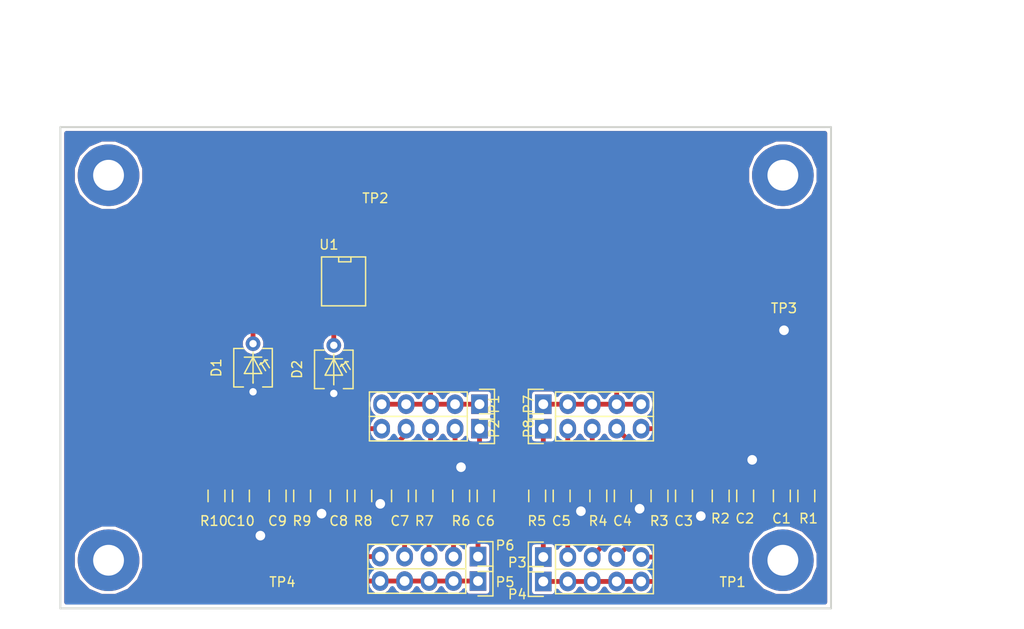
<source format=kicad_pcb>
(kicad_pcb (version 4) (host pcbnew 4.0.5+dfsg1-4)

  (general
    (links 87)
    (no_connects 0)
    (area 106.899999 80.899999 187.100001 131.100001)
    (thickness 1.6)
    (drawings 6)
    (tracks 144)
    (zones 0)
    (modules 48)
    (nets 19)
  )

  (page A4)
  (layers
    (0 F.Cu signal)
    (31 B.Cu signal hide)
    (32 B.Adhes user)
    (33 F.Adhes user)
    (34 B.Paste user)
    (35 F.Paste user)
    (36 B.SilkS user)
    (37 F.SilkS user)
    (38 B.Mask user)
    (39 F.Mask user)
    (40 Dwgs.User user)
    (41 Cmts.User user)
    (42 Eco1.User user)
    (43 Eco2.User user)
    (44 Edge.Cuts user)
    (45 Margin user)
    (46 B.CrtYd user)
    (47 F.CrtYd user)
    (48 B.Fab user)
    (49 F.Fab user)
  )

  (setup
    (last_trace_width 0.25)
    (user_trace_width 0.5)
    (trace_clearance 0.2)
    (zone_clearance 0.3)
    (zone_45_only no)
    (trace_min 0.2)
    (segment_width 0.2)
    (edge_width 0.2)
    (via_size 0.6)
    (via_drill 0.4)
    (via_min_size 0.4)
    (via_min_drill 0.3)
    (user_via 1 0.5)
    (uvia_size 0.3)
    (uvia_drill 0.1)
    (uvias_allowed no)
    (uvia_min_size 0.2)
    (uvia_min_drill 0.1)
    (pcb_text_width 0.3)
    (pcb_text_size 1.5 1.5)
    (mod_edge_width 0.15)
    (mod_text_size 1 1)
    (mod_text_width 0.15)
    (pad_size 2.49936 2.49936)
    (pad_drill 1.00076)
    (pad_to_mask_clearance 0.2)
    (aux_axis_origin 0 0)
    (grid_origin 134.874 122.682)
    (visible_elements FFFEFF7F)
    (pcbplotparams
      (layerselection 0x00030_80000001)
      (usegerberextensions false)
      (excludeedgelayer true)
      (linewidth 0.100000)
      (plotframeref false)
      (viasonmask false)
      (mode 1)
      (useauxorigin false)
      (hpglpennumber 1)
      (hpglpenspeed 20)
      (hpglpendiameter 15)
      (hpglpenoverlay 2)
      (psnegative false)
      (psa4output false)
      (plotreference true)
      (plotvalue true)
      (plotinvisibletext false)
      (padsonsilk false)
      (subtractmaskfromsilk false)
      (outputformat 1)
      (mirror false)
      (drillshape 1)
      (scaleselection 1)
      (outputdirectory ""))
  )

  (net 0 "")
  (net 1 "Net-(C1-Pad1)")
  (net 2 "Net-(C2-Pad1)")
  (net 3 "Net-(C3-Pad1)")
  (net 4 "Net-(C4-Pad1)")
  (net 5 "Net-(C5-Pad1)")
  (net 6 "Net-(P1-Pad1)")
  (net 7 "Net-(P4-Pad1)")
  (net 8 "Net-(D1-Pad1)")
  (net 9 GND)
  (net 10 +5V)
  (net 11 "Net-(C6-Pad1)")
  (net 12 "Net-(C7-Pad1)")
  (net 13 "Net-(C8-Pad1)")
  (net 14 "Net-(C9-Pad1)")
  (net 15 "Net-(C10-Pad1)")
  (net 16 "Net-(D2-Pad1)")
  (net 17 "Net-(P5-Pad1)")
  (net 18 "Net-(P7-Pad1)")

  (net_class Default "This is the default net class."
    (clearance 0.2)
    (trace_width 0.25)
    (via_dia 0.6)
    (via_drill 0.4)
    (uvia_dia 0.3)
    (uvia_drill 0.1)
    (add_net +5V)
    (add_net GND)
    (add_net "Net-(C1-Pad1)")
    (add_net "Net-(C10-Pad1)")
    (add_net "Net-(C2-Pad1)")
    (add_net "Net-(C3-Pad1)")
    (add_net "Net-(C4-Pad1)")
    (add_net "Net-(C5-Pad1)")
    (add_net "Net-(C6-Pad1)")
    (add_net "Net-(C7-Pad1)")
    (add_net "Net-(C8-Pad1)")
    (add_net "Net-(C9-Pad1)")
    (add_net "Net-(D1-Pad1)")
    (add_net "Net-(D2-Pad1)")
    (add_net "Net-(P1-Pad1)")
    (add_net "Net-(P4-Pad1)")
    (add_net "Net-(P5-Pad1)")
    (add_net "Net-(P7-Pad1)")
  )

  (module Wire_Pads:SolderWirePad_single_1mmDrill (layer F.Cu) (tedit 58FF5473) (tstamp 58FF551C)
    (at 178.816 115.57)
    (fp_text reference REF** (at 0 -3.81) (layer F.SilkS) hide
      (effects (font (size 1 1) (thickness 0.15)))
    )
    (fp_text value SolderWirePad_single_1mmDrill (at -1.905 3.175) (layer F.Fab)
      (effects (font (size 1 1) (thickness 0.15)))
    )
    (pad 1 thru_hole circle (at 0 0) (size 2.49936 2.49936) (drill 1.00076) (layers *.Cu)
      (net 9 GND))
  )

  (module Wire_Pads:SolderWirePad_single_1mmDrill (layer F.Cu) (tedit 58FF5473) (tstamp 58FF5517)
    (at 167.132 120.65)
    (fp_text reference REF** (at 0 -3.81) (layer F.SilkS) hide
      (effects (font (size 1 1) (thickness 0.15)))
    )
    (fp_text value SolderWirePad_single_1mmDrill (at -1.905 3.175) (layer F.Fab)
      (effects (font (size 1 1) (thickness 0.15)))
    )
    (pad 1 thru_hole circle (at 0 0) (size 2.49936 2.49936) (drill 1.00076) (layers *.Cu)
      (net 9 GND))
  )

  (module Wire_Pads:SolderWirePad_single_1mmDrill (layer F.Cu) (tedit 58FF5473) (tstamp 58FF5512)
    (at 173.482 121.412)
    (fp_text reference REF** (at 0 -3.81) (layer F.SilkS) hide
      (effects (font (size 1 1) (thickness 0.15)))
    )
    (fp_text value SolderWirePad_single_1mmDrill (at -1.905 3.175) (layer F.Fab)
      (effects (font (size 1 1) (thickness 0.15)))
    )
    (pad 1 thru_hole circle (at 0 0) (size 2.49936 2.49936) (drill 1.00076) (layers *.Cu)
      (net 9 GND))
  )

  (module Wire_Pads:SolderWirePad_single_1mmDrill (layer F.Cu) (tedit 58FF5473) (tstamp 58FF550D)
    (at 161.036 120.904)
    (fp_text reference REF** (at 0 -3.81) (layer F.SilkS) hide
      (effects (font (size 1 1) (thickness 0.15)))
    )
    (fp_text value SolderWirePad_single_1mmDrill (at -1.905 3.175) (layer F.Fab)
      (effects (font (size 1 1) (thickness 0.15)))
    )
    (pad 1 thru_hole circle (at 0 0) (size 2.49936 2.49936) (drill 1.00076) (layers *.Cu)
      (net 9 GND))
  )

  (module Wire_Pads:SolderWirePad_single_1mmDrill (layer F.Cu) (tedit 58FF5473) (tstamp 58FF54E8)
    (at 148.59 116.332)
    (fp_text reference REF** (at 0 -3.81) (layer F.SilkS) hide
      (effects (font (size 1 1) (thickness 0.15)))
    )
    (fp_text value SolderWirePad_single_1mmDrill (at -1.905 3.175) (layer F.Fab)
      (effects (font (size 1 1) (thickness 0.15)))
    )
    (pad 1 thru_hole circle (at 0 0) (size 2.49936 2.49936) (drill 1.00076) (layers *.Cu)
      (net 9 GND))
  )

  (module Wire_Pads:SolderWirePad_single_1mmDrill (layer F.Cu) (tedit 58FF5473) (tstamp 58FF54AA)
    (at 140.208 120.142)
    (fp_text reference REF** (at 0 -3.81) (layer F.SilkS) hide
      (effects (font (size 1 1) (thickness 0.15)))
    )
    (fp_text value SolderWirePad_single_1mmDrill (at -1.905 3.175) (layer F.Fab)
      (effects (font (size 1 1) (thickness 0.15)))
    )
    (pad 1 thru_hole circle (at 0 0) (size 2.49936 2.49936) (drill 1.00076) (layers *.Cu)
      (net 9 GND))
  )

  (module Wire_Pads:SolderWirePad_single_1mmDrill (layer F.Cu) (tedit 58FF5473) (tstamp 58FF54A1)
    (at 127.762 123.444)
    (fp_text reference REF** (at 0 -3.81) (layer F.SilkS) hide
      (effects (font (size 1 1) (thickness 0.15)))
    )
    (fp_text value SolderWirePad_single_1mmDrill (at -1.905 3.175) (layer F.Fab)
      (effects (font (size 1 1) (thickness 0.15)))
    )
    (pad 1 thru_hole circle (at 0 0) (size 2.49936 2.49936) (drill 1.00076) (layers *.Cu)
      (net 9 GND))
  )

  (module Wire_Pads:SolderWirePad_single_1mmDrill (layer F.Cu) (tedit 58FF5630) (tstamp 58FFB7ED)
    (at 182.118 102.108)
    (fp_text reference REF** (at 0 -3.81) (layer F.SilkS) hide
      (effects (font (size 1 1) (thickness 0.15)))
    )
    (fp_text value SolderWirePad_single_1mmDrill (at -1.905 3.175) (layer F.Fab)
      (effects (font (size 1 1) (thickness 0.15)))
    )
    (pad 1 thru_hole circle (at 0 0) (size 2.49936 2.49936) (drill 1.00076) (layers *.Cu)
      (net 9 GND))
  )

  (module Wire_Pads:SolderWirePad_single_1mmDrill (layer F.Cu) (tedit 58FF5473) (tstamp 58FFB7CA)
    (at 134.112 121.158)
    (fp_text reference REF** (at 0 -3.81) (layer F.SilkS) hide
      (effects (font (size 1 1) (thickness 0.15)))
    )
    (fp_text value SolderWirePad_single_1mmDrill (at -1.905 3.175) (layer F.Fab)
      (effects (font (size 1 1) (thickness 0.15)))
    )
    (pad 1 thru_hole circle (at 0 0) (size 2.49936 2.49936) (drill 1.00076) (layers *.Cu)
      (net 9 GND))
  )

  (module Mounting_Holes:MountingHole_3.2mm_M3_Pad (layer F.Cu) (tedit 58FF5599) (tstamp 58FF0A6E)
    (at 182 126)
    (descr "Mounting Hole 3.2mm, M3")
    (tags "mounting hole 3.2mm m3")
    (fp_text reference REF** (at 0 -4.2) (layer F.SilkS) hide
      (effects (font (size 1 1) (thickness 0.15)))
    )
    (fp_text value MountingHole_3.2mm_M3_Pad (at 0 4.2) (layer F.Fab)
      (effects (font (size 1 1) (thickness 0.15)))
    )
    (fp_circle (center 0 0) (end 3.2 0) (layer Cmts.User) (width 0.15))
    (fp_circle (center 0 0) (end 3.45 0) (layer F.CrtYd) (width 0.05))
    (pad 1 thru_hole circle (at 0 0) (size 6.4 6.4) (drill 3.2) (layers *.Cu *.Mask))
  )

  (module Pin_Headers:Pin_Header_Straight_1x05 (layer F.Cu) (tedit 54EA0684) (tstamp 5900189A)
    (at 157.13 109.79 90)
    (descr "Through hole pin header")
    (tags "pin header")
    (path /58FDBBF8)
    (fp_text reference P1 (at 0 -5.1 90) (layer F.SilkS)
      (effects (font (size 1 1) (thickness 0.15)))
    )
    (fp_text value CONN_01X05 (at 0 -3.1 90) (layer F.Fab)
      (effects (font (size 1 1) (thickness 0.15)))
    )
    (fp_line (start -1.55 0) (end -1.55 -1.55) (layer F.SilkS) (width 0.15))
    (fp_line (start -1.55 -1.55) (end 1.55 -1.55) (layer F.SilkS) (width 0.15))
    (fp_line (start 1.55 -1.55) (end 1.55 0) (layer F.SilkS) (width 0.15))
    (fp_line (start -1.75 -1.75) (end -1.75 11.95) (layer F.CrtYd) (width 0.05))
    (fp_line (start 1.75 -1.75) (end 1.75 11.95) (layer F.CrtYd) (width 0.05))
    (fp_line (start -1.75 -1.75) (end 1.75 -1.75) (layer F.CrtYd) (width 0.05))
    (fp_line (start -1.75 11.95) (end 1.75 11.95) (layer F.CrtYd) (width 0.05))
    (fp_line (start 1.27 1.27) (end 1.27 11.43) (layer F.SilkS) (width 0.15))
    (fp_line (start 1.27 11.43) (end -1.27 11.43) (layer F.SilkS) (width 0.15))
    (fp_line (start -1.27 11.43) (end -1.27 1.27) (layer F.SilkS) (width 0.15))
    (fp_line (start 1.27 1.27) (end -1.27 1.27) (layer F.SilkS) (width 0.15))
    (pad 1 thru_hole rect (at 0 0 90) (size 2.032 1.7272) (drill 1.016) (layers *.Cu *.Mask)
      (net 6 "Net-(P1-Pad1)"))
    (pad 2 thru_hole oval (at 0 2.54 90) (size 2.032 1.7272) (drill 1.016) (layers *.Cu *.Mask)
      (net 6 "Net-(P1-Pad1)"))
    (pad 3 thru_hole oval (at 0 5.08 90) (size 2.032 1.7272) (drill 1.016) (layers *.Cu *.Mask)
      (net 6 "Net-(P1-Pad1)"))
    (pad 4 thru_hole oval (at 0 7.62 90) (size 2.032 1.7272) (drill 1.016) (layers *.Cu *.Mask)
      (net 6 "Net-(P1-Pad1)"))
    (pad 5 thru_hole oval (at 0 10.16 90) (size 2.032 1.7272) (drill 1.016) (layers *.Cu *.Mask)
      (net 6 "Net-(P1-Pad1)"))
    (model Pin_Headers.3dshapes/Pin_Header_Straight_1x05.wrl
      (at (xyz 0 -0.2 0))
      (scale (xyz 1 1 1))
      (rotate (xyz 0 0 90))
    )
  )

  (module Pin_Headers:Pin_Header_Straight_1x05 (layer F.Cu) (tedit 54EA0684) (tstamp 590018AE)
    (at 157.13 112.33 90)
    (descr "Through hole pin header")
    (tags "pin header")
    (path /58FDC421)
    (fp_text reference P2 (at 0 -5.1 90) (layer F.SilkS)
      (effects (font (size 1 1) (thickness 0.15)))
    )
    (fp_text value CONN_01X05 (at 0 -3.1 90) (layer F.Fab)
      (effects (font (size 1 1) (thickness 0.15)))
    )
    (fp_line (start -1.55 0) (end -1.55 -1.55) (layer F.SilkS) (width 0.15))
    (fp_line (start -1.55 -1.55) (end 1.55 -1.55) (layer F.SilkS) (width 0.15))
    (fp_line (start 1.55 -1.55) (end 1.55 0) (layer F.SilkS) (width 0.15))
    (fp_line (start -1.75 -1.75) (end -1.75 11.95) (layer F.CrtYd) (width 0.05))
    (fp_line (start 1.75 -1.75) (end 1.75 11.95) (layer F.CrtYd) (width 0.05))
    (fp_line (start -1.75 -1.75) (end 1.75 -1.75) (layer F.CrtYd) (width 0.05))
    (fp_line (start -1.75 11.95) (end 1.75 11.95) (layer F.CrtYd) (width 0.05))
    (fp_line (start 1.27 1.27) (end 1.27 11.43) (layer F.SilkS) (width 0.15))
    (fp_line (start 1.27 11.43) (end -1.27 11.43) (layer F.SilkS) (width 0.15))
    (fp_line (start -1.27 11.43) (end -1.27 1.27) (layer F.SilkS) (width 0.15))
    (fp_line (start 1.27 1.27) (end -1.27 1.27) (layer F.SilkS) (width 0.15))
    (pad 1 thru_hole rect (at 0 0 90) (size 2.032 1.7272) (drill 1.016) (layers *.Cu *.Mask)
      (net 5 "Net-(C5-Pad1)"))
    (pad 2 thru_hole oval (at 0 2.54 90) (size 2.032 1.7272) (drill 1.016) (layers *.Cu *.Mask)
      (net 4 "Net-(C4-Pad1)"))
    (pad 3 thru_hole oval (at 0 5.08 90) (size 2.032 1.7272) (drill 1.016) (layers *.Cu *.Mask)
      (net 3 "Net-(C3-Pad1)"))
    (pad 4 thru_hole oval (at 0 7.62 90) (size 2.032 1.7272) (drill 1.016) (layers *.Cu *.Mask)
      (net 2 "Net-(C2-Pad1)"))
    (pad 5 thru_hole oval (at 0 10.16 90) (size 2.032 1.7272) (drill 1.016) (layers *.Cu *.Mask)
      (net 1 "Net-(C1-Pad1)"))
    (model Pin_Headers.3dshapes/Pin_Header_Straight_1x05.wrl
      (at (xyz 0 -0.2 0))
      (scale (xyz 1 1 1))
      (rotate (xyz 0 0 90))
    )
  )

  (module Pin_Headers:Pin_Header_Straight_1x05 (layer F.Cu) (tedit 58FF55EC) (tstamp 590018C2)
    (at 157.13 125.665 90)
    (descr "Through hole pin header")
    (tags "pin header")
    (path /58FDC9E0)
    (fp_text reference P3 (at -0.573 -2.698 180) (layer F.SilkS)
      (effects (font (size 1 1) (thickness 0.15)))
    )
    (fp_text value CONN_01X05 (at 0 -3.1 90) (layer F.Fab)
      (effects (font (size 1 1) (thickness 0.15)))
    )
    (fp_line (start -1.55 0) (end -1.55 -1.55) (layer F.SilkS) (width 0.15))
    (fp_line (start -1.55 -1.55) (end 1.55 -1.55) (layer F.SilkS) (width 0.15))
    (fp_line (start 1.55 -1.55) (end 1.55 0) (layer F.SilkS) (width 0.15))
    (fp_line (start -1.75 -1.75) (end -1.75 11.95) (layer F.CrtYd) (width 0.05))
    (fp_line (start 1.75 -1.75) (end 1.75 11.95) (layer F.CrtYd) (width 0.05))
    (fp_line (start -1.75 -1.75) (end 1.75 -1.75) (layer F.CrtYd) (width 0.05))
    (fp_line (start -1.75 11.95) (end 1.75 11.95) (layer F.CrtYd) (width 0.05))
    (fp_line (start 1.27 1.27) (end 1.27 11.43) (layer F.SilkS) (width 0.15))
    (fp_line (start 1.27 11.43) (end -1.27 11.43) (layer F.SilkS) (width 0.15))
    (fp_line (start -1.27 11.43) (end -1.27 1.27) (layer F.SilkS) (width 0.15))
    (fp_line (start 1.27 1.27) (end -1.27 1.27) (layer F.SilkS) (width 0.15))
    (pad 1 thru_hole rect (at 0 0 90) (size 2.032 1.7272) (drill 1.016) (layers *.Cu *.Mask)
      (net 5 "Net-(C5-Pad1)"))
    (pad 2 thru_hole oval (at 0 2.54 90) (size 2.032 1.7272) (drill 1.016) (layers *.Cu *.Mask)
      (net 4 "Net-(C4-Pad1)"))
    (pad 3 thru_hole oval (at 0 5.08 90) (size 2.032 1.7272) (drill 1.016) (layers *.Cu *.Mask)
      (net 3 "Net-(C3-Pad1)"))
    (pad 4 thru_hole oval (at 0 7.62 90) (size 2.032 1.7272) (drill 1.016) (layers *.Cu *.Mask)
      (net 2 "Net-(C2-Pad1)"))
    (pad 5 thru_hole oval (at 0 10.16 90) (size 2.032 1.7272) (drill 1.016) (layers *.Cu *.Mask)
      (net 1 "Net-(C1-Pad1)"))
    (model Pin_Headers.3dshapes/Pin_Header_Straight_1x05.wrl
      (at (xyz 0 -0.2 0))
      (scale (xyz 1 1 1))
      (rotate (xyz 0 0 90))
    )
  )

  (module Pin_Headers:Pin_Header_Straight_1x05 (layer F.Cu) (tedit 58FF55DB) (tstamp 590018D6)
    (at 157.13 128.205 90)
    (descr "Through hole pin header")
    (tags "pin header")
    (path /58FDC97C)
    (fp_text reference P4 (at -1.335 -2.698 180) (layer F.SilkS)
      (effects (font (size 1 1) (thickness 0.15)))
    )
    (fp_text value CONN_01X05 (at 0 -3.1 90) (layer F.Fab)
      (effects (font (size 1 1) (thickness 0.15)))
    )
    (fp_line (start -1.55 0) (end -1.55 -1.55) (layer F.SilkS) (width 0.15))
    (fp_line (start -1.55 -1.55) (end 1.55 -1.55) (layer F.SilkS) (width 0.15))
    (fp_line (start 1.55 -1.55) (end 1.55 0) (layer F.SilkS) (width 0.15))
    (fp_line (start -1.75 -1.75) (end -1.75 11.95) (layer F.CrtYd) (width 0.05))
    (fp_line (start 1.75 -1.75) (end 1.75 11.95) (layer F.CrtYd) (width 0.05))
    (fp_line (start -1.75 -1.75) (end 1.75 -1.75) (layer F.CrtYd) (width 0.05))
    (fp_line (start -1.75 11.95) (end 1.75 11.95) (layer F.CrtYd) (width 0.05))
    (fp_line (start 1.27 1.27) (end 1.27 11.43) (layer F.SilkS) (width 0.15))
    (fp_line (start 1.27 11.43) (end -1.27 11.43) (layer F.SilkS) (width 0.15))
    (fp_line (start -1.27 11.43) (end -1.27 1.27) (layer F.SilkS) (width 0.15))
    (fp_line (start 1.27 1.27) (end -1.27 1.27) (layer F.SilkS) (width 0.15))
    (pad 1 thru_hole rect (at 0 0 90) (size 2.032 1.7272) (drill 1.016) (layers *.Cu *.Mask)
      (net 7 "Net-(P4-Pad1)"))
    (pad 2 thru_hole oval (at 0 2.54 90) (size 2.032 1.7272) (drill 1.016) (layers *.Cu *.Mask)
      (net 7 "Net-(P4-Pad1)"))
    (pad 3 thru_hole oval (at 0 5.08 90) (size 2.032 1.7272) (drill 1.016) (layers *.Cu *.Mask)
      (net 7 "Net-(P4-Pad1)"))
    (pad 4 thru_hole oval (at 0 7.62 90) (size 2.032 1.7272) (drill 1.016) (layers *.Cu *.Mask)
      (net 7 "Net-(P4-Pad1)"))
    (pad 5 thru_hole oval (at 0 10.16 90) (size 2.032 1.7272) (drill 1.016) (layers *.Cu *.Mask)
      (net 7 "Net-(P4-Pad1)"))
    (model Pin_Headers.3dshapes/Pin_Header_Straight_1x05.wrl
      (at (xyz 0 -0.2 0))
      (scale (xyz 1 1 1))
      (rotate (xyz 0 0 90))
    )
  )

  (module Photodiodes:BPW34FA (layer F.Cu) (tedit 58FDDC7C) (tstamp 59009014)
    (at 127 106 270)
    (path /58FDDC96)
    (fp_text reference D1 (at 0 3.81 270) (layer F.SilkS)
      (effects (font (size 1 1) (thickness 0.15)))
    )
    (fp_text value BPW34FA (at 0 -3.81 270) (layer F.Fab)
      (effects (font (size 1 1) (thickness 0.15)))
    )
    (fp_line (start -0.8 -1.2) (end -0.6 -1.1) (layer F.SilkS) (width 0.15))
    (fp_line (start -0.8 -1.2) (end -0.8 -1.5) (layer F.SilkS) (width 0.15))
    (fp_line (start -0.5 -0.8) (end -0.5 -1) (layer F.SilkS) (width 0.15))
    (fp_line (start -0.5 -1) (end -0.5 -0.8) (layer F.SilkS) (width 0.15))
    (fp_line (start -0.5 -0.8) (end -0.3 -0.7) (layer F.SilkS) (width 0.15))
    (fp_line (start -0.5 -0.8) (end 0.3 -1.3) (layer F.SilkS) (width 0.15))
    (fp_line (start -0.8 -1.2) (end 0 -1.7) (layer F.SilkS) (width 0.15))
    (fp_line (start -1.1 -0.9) (end -1.1 0.9) (layer F.SilkS) (width 0.15))
    (fp_line (start -1.1 0) (end 0.6 0.9) (layer F.SilkS) (width 0.15))
    (fp_line (start 0.6 0) (end 0.6 0.9) (layer F.SilkS) (width 0.15))
    (fp_line (start 0.6 -0.9) (end 0.6 0) (layer F.SilkS) (width 0.15))
    (fp_line (start -1.1 0) (end 0.6 -0.9) (layer F.SilkS) (width 0.15))
    (fp_line (start -1.6 0) (end 1.5 0) (layer F.SilkS) (width 0.15))
    (fp_line (start 1.5 0) (end 1.6 0) (layer F.SilkS) (width 0.15))
    (fp_line (start 2 1) (end 2 2) (layer F.SilkS) (width 0.15))
    (fp_line (start 2 -2) (end 2 -1) (layer F.SilkS) (width 0.15))
    (fp_line (start -2 1) (end -2 2) (layer F.SilkS) (width 0.15))
    (fp_line (start -2 -2) (end 2 -2) (layer F.SilkS) (width 0.15))
    (fp_line (start -2 2) (end 2 2) (layer F.SilkS) (width 0.15))
    (fp_line (start -2 -2) (end -2 -1) (layer F.SilkS) (width 0.15))
    (pad 1 thru_hole circle (at -2.5 0 270) (size 1.524 1.524) (drill 0.762) (layers *.Cu *.Mask)
      (net 8 "Net-(D1-Pad1)"))
    (pad 2 thru_hole circle (at 2.5 0 270) (size 1.524 1.524) (drill 0.762) (layers *.Cu *.Mask)
      (net 9 GND))
  )

  (module Photodiodes:BPW34FA (layer F.Cu) (tedit 58FDDC7C) (tstamp 59009298)
    (at 135.382 106.172 270)
    (path /58FE921C)
    (fp_text reference D2 (at 0 3.81 270) (layer F.SilkS)
      (effects (font (size 1 1) (thickness 0.15)))
    )
    (fp_text value BPW34 (at 0 -3.81 270) (layer F.Fab)
      (effects (font (size 1 1) (thickness 0.15)))
    )
    (fp_line (start -0.8 -1.2) (end -0.6 -1.1) (layer F.SilkS) (width 0.15))
    (fp_line (start -0.8 -1.2) (end -0.8 -1.5) (layer F.SilkS) (width 0.15))
    (fp_line (start -0.5 -0.8) (end -0.5 -1) (layer F.SilkS) (width 0.15))
    (fp_line (start -0.5 -1) (end -0.5 -0.8) (layer F.SilkS) (width 0.15))
    (fp_line (start -0.5 -0.8) (end -0.3 -0.7) (layer F.SilkS) (width 0.15))
    (fp_line (start -0.5 -0.8) (end 0.3 -1.3) (layer F.SilkS) (width 0.15))
    (fp_line (start -0.8 -1.2) (end 0 -1.7) (layer F.SilkS) (width 0.15))
    (fp_line (start -1.1 -0.9) (end -1.1 0.9) (layer F.SilkS) (width 0.15))
    (fp_line (start -1.1 0) (end 0.6 0.9) (layer F.SilkS) (width 0.15))
    (fp_line (start 0.6 0) (end 0.6 0.9) (layer F.SilkS) (width 0.15))
    (fp_line (start 0.6 -0.9) (end 0.6 0) (layer F.SilkS) (width 0.15))
    (fp_line (start -1.1 0) (end 0.6 -0.9) (layer F.SilkS) (width 0.15))
    (fp_line (start -1.6 0) (end 1.5 0) (layer F.SilkS) (width 0.15))
    (fp_line (start 1.5 0) (end 1.6 0) (layer F.SilkS) (width 0.15))
    (fp_line (start 2 1) (end 2 2) (layer F.SilkS) (width 0.15))
    (fp_line (start 2 -2) (end 2 -1) (layer F.SilkS) (width 0.15))
    (fp_line (start -2 1) (end -2 2) (layer F.SilkS) (width 0.15))
    (fp_line (start -2 -2) (end 2 -2) (layer F.SilkS) (width 0.15))
    (fp_line (start -2 2) (end 2 2) (layer F.SilkS) (width 0.15))
    (fp_line (start -2 -2) (end -2 -1) (layer F.SilkS) (width 0.15))
    (pad 1 thru_hole circle (at -2.5 0 270) (size 1.524 1.524) (drill 0.762) (layers *.Cu *.Mask)
      (net 16 "Net-(D2-Pad1)"))
    (pad 2 thru_hole circle (at 2.5 0 270) (size 1.524 1.524) (drill 0.762) (layers *.Cu *.Mask)
      (net 9 GND))
  )

  (module Pin_Headers:Pin_Header_Straight_1x05 (layer F.Cu) (tedit 58FF55E4) (tstamp 590092AC)
    (at 150.352 128.16 270)
    (descr "Through hole pin header")
    (tags "pin header")
    (path /58FE91E6)
    (fp_text reference P5 (at 0.11 -2.81 360) (layer F.SilkS)
      (effects (font (size 1 1) (thickness 0.15)))
    )
    (fp_text value CONN_01X05 (at 0 -3.1 270) (layer F.Fab)
      (effects (font (size 1 1) (thickness 0.15)))
    )
    (fp_line (start -1.55 0) (end -1.55 -1.55) (layer F.SilkS) (width 0.15))
    (fp_line (start -1.55 -1.55) (end 1.55 -1.55) (layer F.SilkS) (width 0.15))
    (fp_line (start 1.55 -1.55) (end 1.55 0) (layer F.SilkS) (width 0.15))
    (fp_line (start -1.75 -1.75) (end -1.75 11.95) (layer F.CrtYd) (width 0.05))
    (fp_line (start 1.75 -1.75) (end 1.75 11.95) (layer F.CrtYd) (width 0.05))
    (fp_line (start -1.75 -1.75) (end 1.75 -1.75) (layer F.CrtYd) (width 0.05))
    (fp_line (start -1.75 11.95) (end 1.75 11.95) (layer F.CrtYd) (width 0.05))
    (fp_line (start 1.27 1.27) (end 1.27 11.43) (layer F.SilkS) (width 0.15))
    (fp_line (start 1.27 11.43) (end -1.27 11.43) (layer F.SilkS) (width 0.15))
    (fp_line (start -1.27 11.43) (end -1.27 1.27) (layer F.SilkS) (width 0.15))
    (fp_line (start 1.27 1.27) (end -1.27 1.27) (layer F.SilkS) (width 0.15))
    (pad 1 thru_hole rect (at 0 0 270) (size 2.032 1.7272) (drill 1.016) (layers *.Cu *.Mask)
      (net 17 "Net-(P5-Pad1)"))
    (pad 2 thru_hole oval (at 0 2.54 270) (size 2.032 1.7272) (drill 1.016) (layers *.Cu *.Mask)
      (net 17 "Net-(P5-Pad1)"))
    (pad 3 thru_hole oval (at 0 5.08 270) (size 2.032 1.7272) (drill 1.016) (layers *.Cu *.Mask)
      (net 17 "Net-(P5-Pad1)"))
    (pad 4 thru_hole oval (at 0 7.62 270) (size 2.032 1.7272) (drill 1.016) (layers *.Cu *.Mask)
      (net 17 "Net-(P5-Pad1)"))
    (pad 5 thru_hole oval (at 0 10.16 270) (size 2.032 1.7272) (drill 1.016) (layers *.Cu *.Mask)
      (net 17 "Net-(P5-Pad1)"))
    (model Pin_Headers.3dshapes/Pin_Header_Straight_1x05.wrl
      (at (xyz 0 -0.2 0))
      (scale (xyz 1 1 1))
      (rotate (xyz 0 0 90))
    )
  )

  (module Pin_Headers:Pin_Header_Straight_1x05 (layer F.Cu) (tedit 58FF55EF) (tstamp 590092C0)
    (at 150.352 125.62 270)
    (descr "Through hole pin header")
    (tags "pin header")
    (path /58FE928D)
    (fp_text reference P6 (at -1.16 -2.81 360) (layer F.SilkS)
      (effects (font (size 1 1) (thickness 0.15)))
    )
    (fp_text value CONN_01X05 (at 0 -3.1 270) (layer F.Fab)
      (effects (font (size 1 1) (thickness 0.15)))
    )
    (fp_line (start -1.55 0) (end -1.55 -1.55) (layer F.SilkS) (width 0.15))
    (fp_line (start -1.55 -1.55) (end 1.55 -1.55) (layer F.SilkS) (width 0.15))
    (fp_line (start 1.55 -1.55) (end 1.55 0) (layer F.SilkS) (width 0.15))
    (fp_line (start -1.75 -1.75) (end -1.75 11.95) (layer F.CrtYd) (width 0.05))
    (fp_line (start 1.75 -1.75) (end 1.75 11.95) (layer F.CrtYd) (width 0.05))
    (fp_line (start -1.75 -1.75) (end 1.75 -1.75) (layer F.CrtYd) (width 0.05))
    (fp_line (start -1.75 11.95) (end 1.75 11.95) (layer F.CrtYd) (width 0.05))
    (fp_line (start 1.27 1.27) (end 1.27 11.43) (layer F.SilkS) (width 0.15))
    (fp_line (start 1.27 11.43) (end -1.27 11.43) (layer F.SilkS) (width 0.15))
    (fp_line (start -1.27 11.43) (end -1.27 1.27) (layer F.SilkS) (width 0.15))
    (fp_line (start 1.27 1.27) (end -1.27 1.27) (layer F.SilkS) (width 0.15))
    (pad 1 thru_hole rect (at 0 0 270) (size 2.032 1.7272) (drill 1.016) (layers *.Cu *.Mask)
      (net 11 "Net-(C6-Pad1)"))
    (pad 2 thru_hole oval (at 0 2.54 270) (size 2.032 1.7272) (drill 1.016) (layers *.Cu *.Mask)
      (net 12 "Net-(C7-Pad1)"))
    (pad 3 thru_hole oval (at 0 5.08 270) (size 2.032 1.7272) (drill 1.016) (layers *.Cu *.Mask)
      (net 13 "Net-(C8-Pad1)"))
    (pad 4 thru_hole oval (at 0 7.62 270) (size 2.032 1.7272) (drill 1.016) (layers *.Cu *.Mask)
      (net 14 "Net-(C9-Pad1)"))
    (pad 5 thru_hole oval (at 0 10.16 270) (size 2.032 1.7272) (drill 1.016) (layers *.Cu *.Mask)
      (net 15 "Net-(C10-Pad1)"))
    (model Pin_Headers.3dshapes/Pin_Header_Straight_1x05.wrl
      (at (xyz 0 -0.2 0))
      (scale (xyz 1 1 1))
      (rotate (xyz 0 0 90))
    )
  )

  (module Pin_Headers:Pin_Header_Straight_1x05 (layer F.Cu) (tedit 54EA0684) (tstamp 590092D4)
    (at 150.51 109.79 270)
    (descr "Through hole pin header")
    (tags "pin header")
    (path /58FE91CE)
    (fp_text reference P7 (at 0 -5.1 270) (layer F.SilkS)
      (effects (font (size 1 1) (thickness 0.15)))
    )
    (fp_text value CONN_01X05 (at 0 -3.1 270) (layer F.Fab)
      (effects (font (size 1 1) (thickness 0.15)))
    )
    (fp_line (start -1.55 0) (end -1.55 -1.55) (layer F.SilkS) (width 0.15))
    (fp_line (start -1.55 -1.55) (end 1.55 -1.55) (layer F.SilkS) (width 0.15))
    (fp_line (start 1.55 -1.55) (end 1.55 0) (layer F.SilkS) (width 0.15))
    (fp_line (start -1.75 -1.75) (end -1.75 11.95) (layer F.CrtYd) (width 0.05))
    (fp_line (start 1.75 -1.75) (end 1.75 11.95) (layer F.CrtYd) (width 0.05))
    (fp_line (start -1.75 -1.75) (end 1.75 -1.75) (layer F.CrtYd) (width 0.05))
    (fp_line (start -1.75 11.95) (end 1.75 11.95) (layer F.CrtYd) (width 0.05))
    (fp_line (start 1.27 1.27) (end 1.27 11.43) (layer F.SilkS) (width 0.15))
    (fp_line (start 1.27 11.43) (end -1.27 11.43) (layer F.SilkS) (width 0.15))
    (fp_line (start -1.27 11.43) (end -1.27 1.27) (layer F.SilkS) (width 0.15))
    (fp_line (start 1.27 1.27) (end -1.27 1.27) (layer F.SilkS) (width 0.15))
    (pad 1 thru_hole rect (at 0 0 270) (size 2.032 1.7272) (drill 1.016) (layers *.Cu *.Mask)
      (net 18 "Net-(P7-Pad1)"))
    (pad 2 thru_hole oval (at 0 2.54 270) (size 2.032 1.7272) (drill 1.016) (layers *.Cu *.Mask)
      (net 18 "Net-(P7-Pad1)"))
    (pad 3 thru_hole oval (at 0 5.08 270) (size 2.032 1.7272) (drill 1.016) (layers *.Cu *.Mask)
      (net 18 "Net-(P7-Pad1)"))
    (pad 4 thru_hole oval (at 0 7.62 270) (size 2.032 1.7272) (drill 1.016) (layers *.Cu *.Mask)
      (net 18 "Net-(P7-Pad1)"))
    (pad 5 thru_hole oval (at 0 10.16 270) (size 2.032 1.7272) (drill 1.016) (layers *.Cu *.Mask)
      (net 18 "Net-(P7-Pad1)"))
    (model Pin_Headers.3dshapes/Pin_Header_Straight_1x05.wrl
      (at (xyz 0 -0.2 0))
      (scale (xyz 1 1 1))
      (rotate (xyz 0 0 90))
    )
  )

  (module Pin_Headers:Pin_Header_Straight_1x05 (layer F.Cu) (tedit 54EA0684) (tstamp 590092E8)
    (at 150.51 112.33 270)
    (descr "Through hole pin header")
    (tags "pin header")
    (path /58FE91D4)
    (fp_text reference P8 (at 0 -5.1 270) (layer F.SilkS)
      (effects (font (size 1 1) (thickness 0.15)))
    )
    (fp_text value CONN_01X05 (at 0 -3.1 270) (layer F.Fab)
      (effects (font (size 1 1) (thickness 0.15)))
    )
    (fp_line (start -1.55 0) (end -1.55 -1.55) (layer F.SilkS) (width 0.15))
    (fp_line (start -1.55 -1.55) (end 1.55 -1.55) (layer F.SilkS) (width 0.15))
    (fp_line (start 1.55 -1.55) (end 1.55 0) (layer F.SilkS) (width 0.15))
    (fp_line (start -1.75 -1.75) (end -1.75 11.95) (layer F.CrtYd) (width 0.05))
    (fp_line (start 1.75 -1.75) (end 1.75 11.95) (layer F.CrtYd) (width 0.05))
    (fp_line (start -1.75 -1.75) (end 1.75 -1.75) (layer F.CrtYd) (width 0.05))
    (fp_line (start -1.75 11.95) (end 1.75 11.95) (layer F.CrtYd) (width 0.05))
    (fp_line (start 1.27 1.27) (end 1.27 11.43) (layer F.SilkS) (width 0.15))
    (fp_line (start 1.27 11.43) (end -1.27 11.43) (layer F.SilkS) (width 0.15))
    (fp_line (start -1.27 11.43) (end -1.27 1.27) (layer F.SilkS) (width 0.15))
    (fp_line (start 1.27 1.27) (end -1.27 1.27) (layer F.SilkS) (width 0.15))
    (pad 1 thru_hole rect (at 0 0 270) (size 2.032 1.7272) (drill 1.016) (layers *.Cu *.Mask)
      (net 11 "Net-(C6-Pad1)"))
    (pad 2 thru_hole oval (at 0 2.54 270) (size 2.032 1.7272) (drill 1.016) (layers *.Cu *.Mask)
      (net 12 "Net-(C7-Pad1)"))
    (pad 3 thru_hole oval (at 0 5.08 270) (size 2.032 1.7272) (drill 1.016) (layers *.Cu *.Mask)
      (net 13 "Net-(C8-Pad1)"))
    (pad 4 thru_hole oval (at 0 7.62 270) (size 2.032 1.7272) (drill 1.016) (layers *.Cu *.Mask)
      (net 14 "Net-(C9-Pad1)"))
    (pad 5 thru_hole oval (at 0 10.16 270) (size 2.032 1.7272) (drill 1.016) (layers *.Cu *.Mask)
      (net 15 "Net-(C10-Pad1)"))
    (model Pin_Headers.3dshapes/Pin_Header_Straight_1x05.wrl
      (at (xyz 0 -0.2 0))
      (scale (xyz 1 1 1))
      (rotate (xyz 0 0 90))
    )
  )

  (module Resistors_SMD:R_0805 (layer F.Cu) (tedit 58FF540D) (tstamp 59009338)
    (at 123.205 119.315 270)
    (descr "Resistor SMD 0805, reflow soldering, Vishay (see dcrcw.pdf)")
    (tags "resistor 0805")
    (path /58FE91DA)
    (attr smd)
    (fp_text reference R10 (at 2.605 0.269 360) (layer F.SilkS)
      (effects (font (size 1 1) (thickness 0.15)))
    )
    (fp_text value 100M (at 0 2.1 270) (layer F.Fab)
      (effects (font (size 1 1) (thickness 0.15)))
    )
    (fp_line (start -1 0.625) (end -1 -0.625) (layer F.Fab) (width 0.1))
    (fp_line (start 1 0.625) (end -1 0.625) (layer F.Fab) (width 0.1))
    (fp_line (start 1 -0.625) (end 1 0.625) (layer F.Fab) (width 0.1))
    (fp_line (start -1 -0.625) (end 1 -0.625) (layer F.Fab) (width 0.1))
    (fp_line (start -1.6 -1) (end 1.6 -1) (layer F.CrtYd) (width 0.05))
    (fp_line (start -1.6 1) (end 1.6 1) (layer F.CrtYd) (width 0.05))
    (fp_line (start -1.6 -1) (end -1.6 1) (layer F.CrtYd) (width 0.05))
    (fp_line (start 1.6 -1) (end 1.6 1) (layer F.CrtYd) (width 0.05))
    (fp_line (start 0.6 0.875) (end -0.6 0.875) (layer F.SilkS) (width 0.15))
    (fp_line (start -0.6 -0.875) (end 0.6 -0.875) (layer F.SilkS) (width 0.15))
    (pad 1 smd rect (at -0.95 0 270) (size 0.7 1.3) (layers F.Cu F.Paste F.Mask)
      (net 15 "Net-(C10-Pad1)"))
    (pad 2 smd rect (at 0.95 0 270) (size 0.7 1.3) (layers F.Cu F.Paste F.Mask)
      (net 9 GND))
    (model Resistors_SMD.3dshapes/R_0805.wrl
      (at (xyz 0 0 0))
      (scale (xyz 1 1 1))
      (rotate (xyz 0 0 0))
    )
  )

  (module Resistors_SMD:R_0805 (layer F.Cu) (tedit 58FF55A4) (tstamp 58FDEFD0)
    (at 184.435 119.315 270)
    (descr "Resistor SMD 0805, reflow soldering, Vishay (see dcrcw.pdf)")
    (tags "resistor 0805")
    (path /58FDC47A)
    (attr smd)
    (fp_text reference R1 (at 2.351 -0.223 360) (layer F.SilkS)
      (effects (font (size 1 1) (thickness 0.15)))
    )
    (fp_text value 100M (at 0 2.1 270) (layer F.Fab)
      (effects (font (size 1 1) (thickness 0.15)))
    )
    (fp_line (start -1 0.625) (end -1 -0.625) (layer F.Fab) (width 0.1))
    (fp_line (start 1 0.625) (end -1 0.625) (layer F.Fab) (width 0.1))
    (fp_line (start 1 -0.625) (end 1 0.625) (layer F.Fab) (width 0.1))
    (fp_line (start -1 -0.625) (end 1 -0.625) (layer F.Fab) (width 0.1))
    (fp_line (start -1.6 -1) (end 1.6 -1) (layer F.CrtYd) (width 0.05))
    (fp_line (start -1.6 1) (end 1.6 1) (layer F.CrtYd) (width 0.05))
    (fp_line (start -1.6 -1) (end -1.6 1) (layer F.CrtYd) (width 0.05))
    (fp_line (start 1.6 -1) (end 1.6 1) (layer F.CrtYd) (width 0.05))
    (fp_line (start 0.6 0.875) (end -0.6 0.875) (layer F.SilkS) (width 0.15))
    (fp_line (start -0.6 -0.875) (end 0.6 -0.875) (layer F.SilkS) (width 0.15))
    (pad 1 smd rect (at -0.95 0 270) (size 0.7 1.3) (layers F.Cu F.Paste F.Mask)
      (net 1 "Net-(C1-Pad1)"))
    (pad 2 smd rect (at 0.95 0 270) (size 0.7 1.3) (layers F.Cu F.Paste F.Mask)
      (net 9 GND))
    (model Resistors_SMD.3dshapes/R_0805.wrl
      (at (xyz 0 0 0))
      (scale (xyz 1 1 1))
      (rotate (xyz 0 0 0))
    )
  )

  (module Resistors_SMD:R_0805 (layer F.Cu) (tedit 58FF5584) (tstamp 58FDEFD5)
    (at 175.545 119.315 270)
    (descr "Resistor SMD 0805, reflow soldering, Vishay (see dcrcw.pdf)")
    (tags "resistor 0805")
    (path /58FDCBC3)
    (attr smd)
    (fp_text reference R2 (at 2.351 0.031 360) (layer F.SilkS)
      (effects (font (size 1 1) (thickness 0.15)))
    )
    (fp_text value 10M (at 0 2.1 270) (layer F.Fab)
      (effects (font (size 1 1) (thickness 0.15)))
    )
    (fp_line (start -1 0.625) (end -1 -0.625) (layer F.Fab) (width 0.1))
    (fp_line (start 1 0.625) (end -1 0.625) (layer F.Fab) (width 0.1))
    (fp_line (start 1 -0.625) (end 1 0.625) (layer F.Fab) (width 0.1))
    (fp_line (start -1 -0.625) (end 1 -0.625) (layer F.Fab) (width 0.1))
    (fp_line (start -1.6 -1) (end 1.6 -1) (layer F.CrtYd) (width 0.05))
    (fp_line (start -1.6 1) (end 1.6 1) (layer F.CrtYd) (width 0.05))
    (fp_line (start -1.6 -1) (end -1.6 1) (layer F.CrtYd) (width 0.05))
    (fp_line (start 1.6 -1) (end 1.6 1) (layer F.CrtYd) (width 0.05))
    (fp_line (start 0.6 0.875) (end -0.6 0.875) (layer F.SilkS) (width 0.15))
    (fp_line (start -0.6 -0.875) (end 0.6 -0.875) (layer F.SilkS) (width 0.15))
    (pad 1 smd rect (at -0.95 0 270) (size 0.7 1.3) (layers F.Cu F.Paste F.Mask)
      (net 2 "Net-(C2-Pad1)"))
    (pad 2 smd rect (at 0.95 0 270) (size 0.7 1.3) (layers F.Cu F.Paste F.Mask)
      (net 9 GND))
    (model Resistors_SMD.3dshapes/R_0805.wrl
      (at (xyz 0 0 0))
      (scale (xyz 1 1 1))
      (rotate (xyz 0 0 0))
    )
  )

  (module Resistors_SMD:R_0805 (layer F.Cu) (tedit 58FF5579) (tstamp 58FDEFDA)
    (at 169.195 119.315 270)
    (descr "Resistor SMD 0805, reflow soldering, Vishay (see dcrcw.pdf)")
    (tags "resistor 0805")
    (path /58FDCCA7)
    (attr smd)
    (fp_text reference R3 (at 2.605 0.031 360) (layer F.SilkS)
      (effects (font (size 1 1) (thickness 0.15)))
    )
    (fp_text value 1M (at 0 2.1 270) (layer F.Fab)
      (effects (font (size 1 1) (thickness 0.15)))
    )
    (fp_line (start -1 0.625) (end -1 -0.625) (layer F.Fab) (width 0.1))
    (fp_line (start 1 0.625) (end -1 0.625) (layer F.Fab) (width 0.1))
    (fp_line (start 1 -0.625) (end 1 0.625) (layer F.Fab) (width 0.1))
    (fp_line (start -1 -0.625) (end 1 -0.625) (layer F.Fab) (width 0.1))
    (fp_line (start -1.6 -1) (end 1.6 -1) (layer F.CrtYd) (width 0.05))
    (fp_line (start -1.6 1) (end 1.6 1) (layer F.CrtYd) (width 0.05))
    (fp_line (start -1.6 -1) (end -1.6 1) (layer F.CrtYd) (width 0.05))
    (fp_line (start 1.6 -1) (end 1.6 1) (layer F.CrtYd) (width 0.05))
    (fp_line (start 0.6 0.875) (end -0.6 0.875) (layer F.SilkS) (width 0.15))
    (fp_line (start -0.6 -0.875) (end 0.6 -0.875) (layer F.SilkS) (width 0.15))
    (pad 1 smd rect (at -0.95 0 270) (size 0.7 1.3) (layers F.Cu F.Paste F.Mask)
      (net 3 "Net-(C3-Pad1)"))
    (pad 2 smd rect (at 0.95 0 270) (size 0.7 1.3) (layers F.Cu F.Paste F.Mask)
      (net 9 GND))
    (model Resistors_SMD.3dshapes/R_0805.wrl
      (at (xyz 0 0 0))
      (scale (xyz 1 1 1))
      (rotate (xyz 0 0 0))
    )
  )

  (module Resistors_SMD:R_0805 (layer F.Cu) (tedit 58FF556D) (tstamp 58FDEFDF)
    (at 162.845 119.315 270)
    (descr "Resistor SMD 0805, reflow soldering, Vishay (see dcrcw.pdf)")
    (tags "resistor 0805")
    (path /58FDCD16)
    (attr smd)
    (fp_text reference R4 (at 2.605 0.031 360) (layer F.SilkS)
      (effects (font (size 1 1) (thickness 0.15)))
    )
    (fp_text value 100k (at 0 2.1 270) (layer F.Fab)
      (effects (font (size 1 1) (thickness 0.15)))
    )
    (fp_line (start -1 0.625) (end -1 -0.625) (layer F.Fab) (width 0.1))
    (fp_line (start 1 0.625) (end -1 0.625) (layer F.Fab) (width 0.1))
    (fp_line (start 1 -0.625) (end 1 0.625) (layer F.Fab) (width 0.1))
    (fp_line (start -1 -0.625) (end 1 -0.625) (layer F.Fab) (width 0.1))
    (fp_line (start -1.6 -1) (end 1.6 -1) (layer F.CrtYd) (width 0.05))
    (fp_line (start -1.6 1) (end 1.6 1) (layer F.CrtYd) (width 0.05))
    (fp_line (start -1.6 -1) (end -1.6 1) (layer F.CrtYd) (width 0.05))
    (fp_line (start 1.6 -1) (end 1.6 1) (layer F.CrtYd) (width 0.05))
    (fp_line (start 0.6 0.875) (end -0.6 0.875) (layer F.SilkS) (width 0.15))
    (fp_line (start -0.6 -0.875) (end 0.6 -0.875) (layer F.SilkS) (width 0.15))
    (pad 1 smd rect (at -0.95 0 270) (size 0.7 1.3) (layers F.Cu F.Paste F.Mask)
      (net 4 "Net-(C4-Pad1)"))
    (pad 2 smd rect (at 0.95 0 270) (size 0.7 1.3) (layers F.Cu F.Paste F.Mask)
      (net 9 GND))
    (model Resistors_SMD.3dshapes/R_0805.wrl
      (at (xyz 0 0 0))
      (scale (xyz 1 1 1))
      (rotate (xyz 0 0 0))
    )
  )

  (module Resistors_SMD:R_0805 (layer F.Cu) (tedit 58FF5544) (tstamp 58FDEFE4)
    (at 156.495 119.315 270)
    (descr "Resistor SMD 0805, reflow soldering, Vishay (see dcrcw.pdf)")
    (tags "resistor 0805")
    (path /58FDCDBF)
    (attr smd)
    (fp_text reference R5 (at 2.605 0.031 360) (layer F.SilkS)
      (effects (font (size 1 1) (thickness 0.15)))
    )
    (fp_text value 10k (at 0 2.1 270) (layer F.Fab)
      (effects (font (size 1 1) (thickness 0.15)))
    )
    (fp_line (start -1 0.625) (end -1 -0.625) (layer F.Fab) (width 0.1))
    (fp_line (start 1 0.625) (end -1 0.625) (layer F.Fab) (width 0.1))
    (fp_line (start 1 -0.625) (end 1 0.625) (layer F.Fab) (width 0.1))
    (fp_line (start -1 -0.625) (end 1 -0.625) (layer F.Fab) (width 0.1))
    (fp_line (start -1.6 -1) (end 1.6 -1) (layer F.CrtYd) (width 0.05))
    (fp_line (start -1.6 1) (end 1.6 1) (layer F.CrtYd) (width 0.05))
    (fp_line (start -1.6 -1) (end -1.6 1) (layer F.CrtYd) (width 0.05))
    (fp_line (start 1.6 -1) (end 1.6 1) (layer F.CrtYd) (width 0.05))
    (fp_line (start 0.6 0.875) (end -0.6 0.875) (layer F.SilkS) (width 0.15))
    (fp_line (start -0.6 -0.875) (end 0.6 -0.875) (layer F.SilkS) (width 0.15))
    (pad 1 smd rect (at -0.95 0 270) (size 0.7 1.3) (layers F.Cu F.Paste F.Mask)
      (net 5 "Net-(C5-Pad1)"))
    (pad 2 smd rect (at 0.95 0 270) (size 0.7 1.3) (layers F.Cu F.Paste F.Mask)
      (net 9 GND))
    (model Resistors_SMD.3dshapes/R_0805.wrl
      (at (xyz 0 0 0))
      (scale (xyz 1 1 1))
      (rotate (xyz 0 0 0))
    )
  )

  (module Resistors_SMD:R_0805 (layer F.Cu) (tedit 58FF53CF) (tstamp 58FDEFE9)
    (at 148.605 119.315 270)
    (descr "Resistor SMD 0805, reflow soldering, Vishay (see dcrcw.pdf)")
    (tags "resistor 0805")
    (path /58FE9210)
    (attr smd)
    (fp_text reference R6 (at 2.605 0.015 360) (layer F.SilkS)
      (effects (font (size 1 1) (thickness 0.15)))
    )
    (fp_text value 10k (at 0 2.1 270) (layer F.Fab)
      (effects (font (size 1 1) (thickness 0.15)))
    )
    (fp_line (start -1 0.625) (end -1 -0.625) (layer F.Fab) (width 0.1))
    (fp_line (start 1 0.625) (end -1 0.625) (layer F.Fab) (width 0.1))
    (fp_line (start 1 -0.625) (end 1 0.625) (layer F.Fab) (width 0.1))
    (fp_line (start -1 -0.625) (end 1 -0.625) (layer F.Fab) (width 0.1))
    (fp_line (start -1.6 -1) (end 1.6 -1) (layer F.CrtYd) (width 0.05))
    (fp_line (start -1.6 1) (end 1.6 1) (layer F.CrtYd) (width 0.05))
    (fp_line (start -1.6 -1) (end -1.6 1) (layer F.CrtYd) (width 0.05))
    (fp_line (start 1.6 -1) (end 1.6 1) (layer F.CrtYd) (width 0.05))
    (fp_line (start 0.6 0.875) (end -0.6 0.875) (layer F.SilkS) (width 0.15))
    (fp_line (start -0.6 -0.875) (end 0.6 -0.875) (layer F.SilkS) (width 0.15))
    (pad 1 smd rect (at -0.95 0 270) (size 0.7 1.3) (layers F.Cu F.Paste F.Mask)
      (net 11 "Net-(C6-Pad1)"))
    (pad 2 smd rect (at 0.95 0 270) (size 0.7 1.3) (layers F.Cu F.Paste F.Mask)
      (net 9 GND))
    (model Resistors_SMD.3dshapes/R_0805.wrl
      (at (xyz 0 0 0))
      (scale (xyz 1 1 1))
      (rotate (xyz 0 0 0))
    )
  )

  (module Resistors_SMD:R_0805 (layer F.Cu) (tedit 58FF53DA) (tstamp 58FDEFEE)
    (at 144.795 119.315 270)
    (descr "Resistor SMD 0805, reflow soldering, Vishay (see dcrcw.pdf)")
    (tags "resistor 0805")
    (path /58FE9204)
    (attr smd)
    (fp_text reference R7 (at 2.605 0.015 360) (layer F.SilkS)
      (effects (font (size 1 1) (thickness 0.15)))
    )
    (fp_text value 100k (at 0 2.1 270) (layer F.Fab)
      (effects (font (size 1 1) (thickness 0.15)))
    )
    (fp_line (start -1 0.625) (end -1 -0.625) (layer F.Fab) (width 0.1))
    (fp_line (start 1 0.625) (end -1 0.625) (layer F.Fab) (width 0.1))
    (fp_line (start 1 -0.625) (end 1 0.625) (layer F.Fab) (width 0.1))
    (fp_line (start -1 -0.625) (end 1 -0.625) (layer F.Fab) (width 0.1))
    (fp_line (start -1.6 -1) (end 1.6 -1) (layer F.CrtYd) (width 0.05))
    (fp_line (start -1.6 1) (end 1.6 1) (layer F.CrtYd) (width 0.05))
    (fp_line (start -1.6 -1) (end -1.6 1) (layer F.CrtYd) (width 0.05))
    (fp_line (start 1.6 -1) (end 1.6 1) (layer F.CrtYd) (width 0.05))
    (fp_line (start 0.6 0.875) (end -0.6 0.875) (layer F.SilkS) (width 0.15))
    (fp_line (start -0.6 -0.875) (end 0.6 -0.875) (layer F.SilkS) (width 0.15))
    (pad 1 smd rect (at -0.95 0 270) (size 0.7 1.3) (layers F.Cu F.Paste F.Mask)
      (net 12 "Net-(C7-Pad1)"))
    (pad 2 smd rect (at 0.95 0 270) (size 0.7 1.3) (layers F.Cu F.Paste F.Mask)
      (net 9 GND))
    (model Resistors_SMD.3dshapes/R_0805.wrl
      (at (xyz 0 0 0))
      (scale (xyz 1 1 1))
      (rotate (xyz 0 0 0))
    )
  )

  (module Resistors_SMD:R_0805 (layer F.Cu) (tedit 58FF53E9) (tstamp 58FDEFF3)
    (at 138.445 119.315 270)
    (descr "Resistor SMD 0805, reflow soldering, Vishay (see dcrcw.pdf)")
    (tags "resistor 0805")
    (path /58FE91F8)
    (attr smd)
    (fp_text reference R8 (at 2.605 0.015 360) (layer F.SilkS)
      (effects (font (size 1 1) (thickness 0.15)))
    )
    (fp_text value 1M (at 0 2.1 270) (layer F.Fab)
      (effects (font (size 1 1) (thickness 0.15)))
    )
    (fp_line (start -1 0.625) (end -1 -0.625) (layer F.Fab) (width 0.1))
    (fp_line (start 1 0.625) (end -1 0.625) (layer F.Fab) (width 0.1))
    (fp_line (start 1 -0.625) (end 1 0.625) (layer F.Fab) (width 0.1))
    (fp_line (start -1 -0.625) (end 1 -0.625) (layer F.Fab) (width 0.1))
    (fp_line (start -1.6 -1) (end 1.6 -1) (layer F.CrtYd) (width 0.05))
    (fp_line (start -1.6 1) (end 1.6 1) (layer F.CrtYd) (width 0.05))
    (fp_line (start -1.6 -1) (end -1.6 1) (layer F.CrtYd) (width 0.05))
    (fp_line (start 1.6 -1) (end 1.6 1) (layer F.CrtYd) (width 0.05))
    (fp_line (start 0.6 0.875) (end -0.6 0.875) (layer F.SilkS) (width 0.15))
    (fp_line (start -0.6 -0.875) (end 0.6 -0.875) (layer F.SilkS) (width 0.15))
    (pad 1 smd rect (at -0.95 0 270) (size 0.7 1.3) (layers F.Cu F.Paste F.Mask)
      (net 13 "Net-(C8-Pad1)"))
    (pad 2 smd rect (at 0.95 0 270) (size 0.7 1.3) (layers F.Cu F.Paste F.Mask)
      (net 9 GND))
    (model Resistors_SMD.3dshapes/R_0805.wrl
      (at (xyz 0 0 0))
      (scale (xyz 1 1 1))
      (rotate (xyz 0 0 0))
    )
  )

  (module Resistors_SMD:R_0805 (layer F.Cu) (tedit 58FF53F5) (tstamp 58FDEFF8)
    (at 132.095 119.315 270)
    (descr "Resistor SMD 0805, reflow soldering, Vishay (see dcrcw.pdf)")
    (tags "resistor 0805")
    (path /58FE91EC)
    (attr smd)
    (fp_text reference R9 (at 2.605 0.015 360) (layer F.SilkS)
      (effects (font (size 1 1) (thickness 0.15)))
    )
    (fp_text value 10M (at 0 2.1 270) (layer F.Fab)
      (effects (font (size 1 1) (thickness 0.15)))
    )
    (fp_line (start -1 0.625) (end -1 -0.625) (layer F.Fab) (width 0.1))
    (fp_line (start 1 0.625) (end -1 0.625) (layer F.Fab) (width 0.1))
    (fp_line (start 1 -0.625) (end 1 0.625) (layer F.Fab) (width 0.1))
    (fp_line (start -1 -0.625) (end 1 -0.625) (layer F.Fab) (width 0.1))
    (fp_line (start -1.6 -1) (end 1.6 -1) (layer F.CrtYd) (width 0.05))
    (fp_line (start -1.6 1) (end 1.6 1) (layer F.CrtYd) (width 0.05))
    (fp_line (start -1.6 -1) (end -1.6 1) (layer F.CrtYd) (width 0.05))
    (fp_line (start 1.6 -1) (end 1.6 1) (layer F.CrtYd) (width 0.05))
    (fp_line (start 0.6 0.875) (end -0.6 0.875) (layer F.SilkS) (width 0.15))
    (fp_line (start -0.6 -0.875) (end 0.6 -0.875) (layer F.SilkS) (width 0.15))
    (pad 1 smd rect (at -0.95 0 270) (size 0.7 1.3) (layers F.Cu F.Paste F.Mask)
      (net 14 "Net-(C9-Pad1)"))
    (pad 2 smd rect (at 0.95 0 270) (size 0.7 1.3) (layers F.Cu F.Paste F.Mask)
      (net 9 GND))
    (model Resistors_SMD.3dshapes/R_0805.wrl
      (at (xyz 0 0 0))
      (scale (xyz 1 1 1))
      (rotate (xyz 0 0 0))
    )
  )

  (module Resistors_SMD:R_0805 (layer F.Cu) (tedit 58FF55A0) (tstamp 58FE111C)
    (at 181.895 119.315 270)
    (descr "Resistor SMD 0805, reflow soldering, Vishay (see dcrcw.pdf)")
    (tags "resistor 0805")
    (path /58FDC56B)
    (attr smd)
    (fp_text reference C1 (at 2.351 0.031 360) (layer F.SilkS)
      (effects (font (size 1 1) (thickness 0.15)))
    )
    (fp_text value 1p (at 0 2.1 270) (layer F.Fab)
      (effects (font (size 1 1) (thickness 0.15)))
    )
    (fp_line (start -1 0.625) (end -1 -0.625) (layer F.Fab) (width 0.1))
    (fp_line (start 1 0.625) (end -1 0.625) (layer F.Fab) (width 0.1))
    (fp_line (start 1 -0.625) (end 1 0.625) (layer F.Fab) (width 0.1))
    (fp_line (start -1 -0.625) (end 1 -0.625) (layer F.Fab) (width 0.1))
    (fp_line (start -1.6 -1) (end 1.6 -1) (layer F.CrtYd) (width 0.05))
    (fp_line (start -1.6 1) (end 1.6 1) (layer F.CrtYd) (width 0.05))
    (fp_line (start -1.6 -1) (end -1.6 1) (layer F.CrtYd) (width 0.05))
    (fp_line (start 1.6 -1) (end 1.6 1) (layer F.CrtYd) (width 0.05))
    (fp_line (start 0.6 0.875) (end -0.6 0.875) (layer F.SilkS) (width 0.15))
    (fp_line (start -0.6 -0.875) (end 0.6 -0.875) (layer F.SilkS) (width 0.15))
    (pad 1 smd rect (at -0.95 0 270) (size 0.7 1.3) (layers F.Cu F.Paste F.Mask)
      (net 1 "Net-(C1-Pad1)"))
    (pad 2 smd rect (at 0.95 0 270) (size 0.7 1.3) (layers F.Cu F.Paste F.Mask)
      (net 9 GND))
    (model Resistors_SMD.3dshapes/R_0805.wrl
      (at (xyz 0 0 0))
      (scale (xyz 1 1 1))
      (rotate (xyz 0 0 0))
    )
  )

  (module Resistors_SMD:R_0805 (layer F.Cu) (tedit 58FF558A) (tstamp 58FE1121)
    (at 178.085 119.315 270)
    (descr "Resistor SMD 0805, reflow soldering, Vishay (see dcrcw.pdf)")
    (tags "resistor 0805")
    (path /58FDCBC9)
    (attr smd)
    (fp_text reference C2 (at 2.351 0.031 360) (layer F.SilkS)
      (effects (font (size 1 1) (thickness 0.15)))
    )
    (fp_text value 10p (at 0 2.1 270) (layer F.Fab)
      (effects (font (size 1 1) (thickness 0.15)))
    )
    (fp_line (start -1 0.625) (end -1 -0.625) (layer F.Fab) (width 0.1))
    (fp_line (start 1 0.625) (end -1 0.625) (layer F.Fab) (width 0.1))
    (fp_line (start 1 -0.625) (end 1 0.625) (layer F.Fab) (width 0.1))
    (fp_line (start -1 -0.625) (end 1 -0.625) (layer F.Fab) (width 0.1))
    (fp_line (start -1.6 -1) (end 1.6 -1) (layer F.CrtYd) (width 0.05))
    (fp_line (start -1.6 1) (end 1.6 1) (layer F.CrtYd) (width 0.05))
    (fp_line (start -1.6 -1) (end -1.6 1) (layer F.CrtYd) (width 0.05))
    (fp_line (start 1.6 -1) (end 1.6 1) (layer F.CrtYd) (width 0.05))
    (fp_line (start 0.6 0.875) (end -0.6 0.875) (layer F.SilkS) (width 0.15))
    (fp_line (start -0.6 -0.875) (end 0.6 -0.875) (layer F.SilkS) (width 0.15))
    (pad 1 smd rect (at -0.95 0 270) (size 0.7 1.3) (layers F.Cu F.Paste F.Mask)
      (net 2 "Net-(C2-Pad1)"))
    (pad 2 smd rect (at 0.95 0 270) (size 0.7 1.3) (layers F.Cu F.Paste F.Mask)
      (net 9 GND))
    (model Resistors_SMD.3dshapes/R_0805.wrl
      (at (xyz 0 0 0))
      (scale (xyz 1 1 1))
      (rotate (xyz 0 0 0))
    )
  )

  (module Resistors_SMD:R_0805 (layer F.Cu) (tedit 58FF557E) (tstamp 58FE1126)
    (at 171.735 119.315 270)
    (descr "Resistor SMD 0805, reflow soldering, Vishay (see dcrcw.pdf)")
    (tags "resistor 0805")
    (path /58FDCCAD)
    (attr smd)
    (fp_text reference C3 (at 2.605 0.031 360) (layer F.SilkS)
      (effects (font (size 1 1) (thickness 0.15)))
    )
    (fp_text value 100p (at 0 2.1 270) (layer F.Fab)
      (effects (font (size 1 1) (thickness 0.15)))
    )
    (fp_line (start -1 0.625) (end -1 -0.625) (layer F.Fab) (width 0.1))
    (fp_line (start 1 0.625) (end -1 0.625) (layer F.Fab) (width 0.1))
    (fp_line (start 1 -0.625) (end 1 0.625) (layer F.Fab) (width 0.1))
    (fp_line (start -1 -0.625) (end 1 -0.625) (layer F.Fab) (width 0.1))
    (fp_line (start -1.6 -1) (end 1.6 -1) (layer F.CrtYd) (width 0.05))
    (fp_line (start -1.6 1) (end 1.6 1) (layer F.CrtYd) (width 0.05))
    (fp_line (start -1.6 -1) (end -1.6 1) (layer F.CrtYd) (width 0.05))
    (fp_line (start 1.6 -1) (end 1.6 1) (layer F.CrtYd) (width 0.05))
    (fp_line (start 0.6 0.875) (end -0.6 0.875) (layer F.SilkS) (width 0.15))
    (fp_line (start -0.6 -0.875) (end 0.6 -0.875) (layer F.SilkS) (width 0.15))
    (pad 1 smd rect (at -0.95 0 270) (size 0.7 1.3) (layers F.Cu F.Paste F.Mask)
      (net 3 "Net-(C3-Pad1)"))
    (pad 2 smd rect (at 0.95 0 270) (size 0.7 1.3) (layers F.Cu F.Paste F.Mask)
      (net 9 GND))
    (model Resistors_SMD.3dshapes/R_0805.wrl
      (at (xyz 0 0 0))
      (scale (xyz 1 1 1))
      (rotate (xyz 0 0 0))
    )
  )

  (module Resistors_SMD:R_0805 (layer F.Cu) (tedit 58FF5572) (tstamp 58FE112B)
    (at 165.385 119.315 270)
    (descr "Resistor SMD 0805, reflow soldering, Vishay (see dcrcw.pdf)")
    (tags "resistor 0805")
    (path /58FDCD1C)
    (attr smd)
    (fp_text reference C4 (at 2.605 0.031 360) (layer F.SilkS)
      (effects (font (size 1 1) (thickness 0.15)))
    )
    (fp_text value 1n (at 0 2.1 270) (layer F.Fab)
      (effects (font (size 1 1) (thickness 0.15)))
    )
    (fp_line (start -1 0.625) (end -1 -0.625) (layer F.Fab) (width 0.1))
    (fp_line (start 1 0.625) (end -1 0.625) (layer F.Fab) (width 0.1))
    (fp_line (start 1 -0.625) (end 1 0.625) (layer F.Fab) (width 0.1))
    (fp_line (start -1 -0.625) (end 1 -0.625) (layer F.Fab) (width 0.1))
    (fp_line (start -1.6 -1) (end 1.6 -1) (layer F.CrtYd) (width 0.05))
    (fp_line (start -1.6 1) (end 1.6 1) (layer F.CrtYd) (width 0.05))
    (fp_line (start -1.6 -1) (end -1.6 1) (layer F.CrtYd) (width 0.05))
    (fp_line (start 1.6 -1) (end 1.6 1) (layer F.CrtYd) (width 0.05))
    (fp_line (start 0.6 0.875) (end -0.6 0.875) (layer F.SilkS) (width 0.15))
    (fp_line (start -0.6 -0.875) (end 0.6 -0.875) (layer F.SilkS) (width 0.15))
    (pad 1 smd rect (at -0.95 0 270) (size 0.7 1.3) (layers F.Cu F.Paste F.Mask)
      (net 4 "Net-(C4-Pad1)"))
    (pad 2 smd rect (at 0.95 0 270) (size 0.7 1.3) (layers F.Cu F.Paste F.Mask)
      (net 9 GND))
    (model Resistors_SMD.3dshapes/R_0805.wrl
      (at (xyz 0 0 0))
      (scale (xyz 1 1 1))
      (rotate (xyz 0 0 0))
    )
  )

  (module Resistors_SMD:R_0805 (layer F.Cu) (tedit 58FF554A) (tstamp 58FE1130)
    (at 159.035 119.315 270)
    (descr "Resistor SMD 0805, reflow soldering, Vishay (see dcrcw.pdf)")
    (tags "resistor 0805")
    (path /58FDCDC5)
    (attr smd)
    (fp_text reference C5 (at 2.605 0.031 360) (layer F.SilkS)
      (effects (font (size 1 1) (thickness 0.15)))
    )
    (fp_text value 10n (at 0 2.1 270) (layer F.Fab)
      (effects (font (size 1 1) (thickness 0.15)))
    )
    (fp_line (start -1 0.625) (end -1 -0.625) (layer F.Fab) (width 0.1))
    (fp_line (start 1 0.625) (end -1 0.625) (layer F.Fab) (width 0.1))
    (fp_line (start 1 -0.625) (end 1 0.625) (layer F.Fab) (width 0.1))
    (fp_line (start -1 -0.625) (end 1 -0.625) (layer F.Fab) (width 0.1))
    (fp_line (start -1.6 -1) (end 1.6 -1) (layer F.CrtYd) (width 0.05))
    (fp_line (start -1.6 1) (end 1.6 1) (layer F.CrtYd) (width 0.05))
    (fp_line (start -1.6 -1) (end -1.6 1) (layer F.CrtYd) (width 0.05))
    (fp_line (start 1.6 -1) (end 1.6 1) (layer F.CrtYd) (width 0.05))
    (fp_line (start 0.6 0.875) (end -0.6 0.875) (layer F.SilkS) (width 0.15))
    (fp_line (start -0.6 -0.875) (end 0.6 -0.875) (layer F.SilkS) (width 0.15))
    (pad 1 smd rect (at -0.95 0 270) (size 0.7 1.3) (layers F.Cu F.Paste F.Mask)
      (net 5 "Net-(C5-Pad1)"))
    (pad 2 smd rect (at 0.95 0 270) (size 0.7 1.3) (layers F.Cu F.Paste F.Mask)
      (net 9 GND))
    (model Resistors_SMD.3dshapes/R_0805.wrl
      (at (xyz 0 0 0))
      (scale (xyz 1 1 1))
      (rotate (xyz 0 0 0))
    )
  )

  (module Resistors_SMD:R_0805 (layer F.Cu) (tedit 58FF53C5) (tstamp 58FE1135)
    (at 151.145 119.315 270)
    (descr "Resistor SMD 0805, reflow soldering, Vishay (see dcrcw.pdf)")
    (tags "resistor 0805")
    (path /58FE9216)
    (attr smd)
    (fp_text reference C6 (at 2.605 0.015 360) (layer F.SilkS)
      (effects (font (size 1 1) (thickness 0.15)))
    )
    (fp_text value 10n (at 0 2.1 270) (layer F.Fab)
      (effects (font (size 1 1) (thickness 0.15)))
    )
    (fp_line (start -1 0.625) (end -1 -0.625) (layer F.Fab) (width 0.1))
    (fp_line (start 1 0.625) (end -1 0.625) (layer F.Fab) (width 0.1))
    (fp_line (start 1 -0.625) (end 1 0.625) (layer F.Fab) (width 0.1))
    (fp_line (start -1 -0.625) (end 1 -0.625) (layer F.Fab) (width 0.1))
    (fp_line (start -1.6 -1) (end 1.6 -1) (layer F.CrtYd) (width 0.05))
    (fp_line (start -1.6 1) (end 1.6 1) (layer F.CrtYd) (width 0.05))
    (fp_line (start -1.6 -1) (end -1.6 1) (layer F.CrtYd) (width 0.05))
    (fp_line (start 1.6 -1) (end 1.6 1) (layer F.CrtYd) (width 0.05))
    (fp_line (start 0.6 0.875) (end -0.6 0.875) (layer F.SilkS) (width 0.15))
    (fp_line (start -0.6 -0.875) (end 0.6 -0.875) (layer F.SilkS) (width 0.15))
    (pad 1 smd rect (at -0.95 0 270) (size 0.7 1.3) (layers F.Cu F.Paste F.Mask)
      (net 11 "Net-(C6-Pad1)"))
    (pad 2 smd rect (at 0.95 0 270) (size 0.7 1.3) (layers F.Cu F.Paste F.Mask)
      (net 9 GND))
    (model Resistors_SMD.3dshapes/R_0805.wrl
      (at (xyz 0 0 0))
      (scale (xyz 1 1 1))
      (rotate (xyz 0 0 0))
    )
  )

  (module Resistors_SMD:R_0805 (layer F.Cu) (tedit 58FF53E0) (tstamp 58FE113A)
    (at 142.255 119.315 270)
    (descr "Resistor SMD 0805, reflow soldering, Vishay (see dcrcw.pdf)")
    (tags "resistor 0805")
    (path /58FE920A)
    (attr smd)
    (fp_text reference C7 (at 2.605 0.015 360) (layer F.SilkS)
      (effects (font (size 1 1) (thickness 0.15)))
    )
    (fp_text value 1n (at 0 2.1 270) (layer F.Fab)
      (effects (font (size 1 1) (thickness 0.15)))
    )
    (fp_line (start -1 0.625) (end -1 -0.625) (layer F.Fab) (width 0.1))
    (fp_line (start 1 0.625) (end -1 0.625) (layer F.Fab) (width 0.1))
    (fp_line (start 1 -0.625) (end 1 0.625) (layer F.Fab) (width 0.1))
    (fp_line (start -1 -0.625) (end 1 -0.625) (layer F.Fab) (width 0.1))
    (fp_line (start -1.6 -1) (end 1.6 -1) (layer F.CrtYd) (width 0.05))
    (fp_line (start -1.6 1) (end 1.6 1) (layer F.CrtYd) (width 0.05))
    (fp_line (start -1.6 -1) (end -1.6 1) (layer F.CrtYd) (width 0.05))
    (fp_line (start 1.6 -1) (end 1.6 1) (layer F.CrtYd) (width 0.05))
    (fp_line (start 0.6 0.875) (end -0.6 0.875) (layer F.SilkS) (width 0.15))
    (fp_line (start -0.6 -0.875) (end 0.6 -0.875) (layer F.SilkS) (width 0.15))
    (pad 1 smd rect (at -0.95 0 270) (size 0.7 1.3) (layers F.Cu F.Paste F.Mask)
      (net 12 "Net-(C7-Pad1)"))
    (pad 2 smd rect (at 0.95 0 270) (size 0.7 1.3) (layers F.Cu F.Paste F.Mask)
      (net 9 GND))
    (model Resistors_SMD.3dshapes/R_0805.wrl
      (at (xyz 0 0 0))
      (scale (xyz 1 1 1))
      (rotate (xyz 0 0 0))
    )
  )

  (module Resistors_SMD:R_0805 (layer F.Cu) (tedit 58FF53EE) (tstamp 58FE113F)
    (at 135.905 119.315 270)
    (descr "Resistor SMD 0805, reflow soldering, Vishay (see dcrcw.pdf)")
    (tags "resistor 0805")
    (path /58FE91FE)
    (attr smd)
    (fp_text reference C8 (at 2.605 0.015 360) (layer F.SilkS)
      (effects (font (size 1 1) (thickness 0.15)))
    )
    (fp_text value 100p (at 0 2.1 270) (layer F.Fab)
      (effects (font (size 1 1) (thickness 0.15)))
    )
    (fp_line (start -1 0.625) (end -1 -0.625) (layer F.Fab) (width 0.1))
    (fp_line (start 1 0.625) (end -1 0.625) (layer F.Fab) (width 0.1))
    (fp_line (start 1 -0.625) (end 1 0.625) (layer F.Fab) (width 0.1))
    (fp_line (start -1 -0.625) (end 1 -0.625) (layer F.Fab) (width 0.1))
    (fp_line (start -1.6 -1) (end 1.6 -1) (layer F.CrtYd) (width 0.05))
    (fp_line (start -1.6 1) (end 1.6 1) (layer F.CrtYd) (width 0.05))
    (fp_line (start -1.6 -1) (end -1.6 1) (layer F.CrtYd) (width 0.05))
    (fp_line (start 1.6 -1) (end 1.6 1) (layer F.CrtYd) (width 0.05))
    (fp_line (start 0.6 0.875) (end -0.6 0.875) (layer F.SilkS) (width 0.15))
    (fp_line (start -0.6 -0.875) (end 0.6 -0.875) (layer F.SilkS) (width 0.15))
    (pad 1 smd rect (at -0.95 0 270) (size 0.7 1.3) (layers F.Cu F.Paste F.Mask)
      (net 13 "Net-(C8-Pad1)"))
    (pad 2 smd rect (at 0.95 0 270) (size 0.7 1.3) (layers F.Cu F.Paste F.Mask)
      (net 9 GND))
    (model Resistors_SMD.3dshapes/R_0805.wrl
      (at (xyz 0 0 0))
      (scale (xyz 1 1 1))
      (rotate (xyz 0 0 0))
    )
  )

  (module Resistors_SMD:R_0805 (layer F.Cu) (tedit 58FF53FD) (tstamp 58FE1144)
    (at 129.555 119.315 270)
    (descr "Resistor SMD 0805, reflow soldering, Vishay (see dcrcw.pdf)")
    (tags "resistor 0805")
    (path /58FE91F2)
    (attr smd)
    (fp_text reference C9 (at 2.605 0.015 360) (layer F.SilkS)
      (effects (font (size 1 1) (thickness 0.15)))
    )
    (fp_text value 10p (at 0 2.1 270) (layer F.Fab)
      (effects (font (size 1 1) (thickness 0.15)))
    )
    (fp_line (start -1 0.625) (end -1 -0.625) (layer F.Fab) (width 0.1))
    (fp_line (start 1 0.625) (end -1 0.625) (layer F.Fab) (width 0.1))
    (fp_line (start 1 -0.625) (end 1 0.625) (layer F.Fab) (width 0.1))
    (fp_line (start -1 -0.625) (end 1 -0.625) (layer F.Fab) (width 0.1))
    (fp_line (start -1.6 -1) (end 1.6 -1) (layer F.CrtYd) (width 0.05))
    (fp_line (start -1.6 1) (end 1.6 1) (layer F.CrtYd) (width 0.05))
    (fp_line (start -1.6 -1) (end -1.6 1) (layer F.CrtYd) (width 0.05))
    (fp_line (start 1.6 -1) (end 1.6 1) (layer F.CrtYd) (width 0.05))
    (fp_line (start 0.6 0.875) (end -0.6 0.875) (layer F.SilkS) (width 0.15))
    (fp_line (start -0.6 -0.875) (end 0.6 -0.875) (layer F.SilkS) (width 0.15))
    (pad 1 smd rect (at -0.95 0 270) (size 0.7 1.3) (layers F.Cu F.Paste F.Mask)
      (net 14 "Net-(C9-Pad1)"))
    (pad 2 smd rect (at 0.95 0 270) (size 0.7 1.3) (layers F.Cu F.Paste F.Mask)
      (net 9 GND))
    (model Resistors_SMD.3dshapes/R_0805.wrl
      (at (xyz 0 0 0))
      (scale (xyz 1 1 1))
      (rotate (xyz 0 0 0))
    )
  )

  (module Resistors_SMD:R_0805 (layer F.Cu) (tedit 58FF5408) (tstamp 58FE1149)
    (at 125.745 119.315 270)
    (descr "Resistor SMD 0805, reflow soldering, Vishay (see dcrcw.pdf)")
    (tags "resistor 0805")
    (path /58FE91E0)
    (attr smd)
    (fp_text reference C10 (at 2.605 0.015 360) (layer F.SilkS)
      (effects (font (size 1 1) (thickness 0.15)))
    )
    (fp_text value 1p (at 0 2.1 270) (layer F.Fab)
      (effects (font (size 1 1) (thickness 0.15)))
    )
    (fp_line (start -1 0.625) (end -1 -0.625) (layer F.Fab) (width 0.1))
    (fp_line (start 1 0.625) (end -1 0.625) (layer F.Fab) (width 0.1))
    (fp_line (start 1 -0.625) (end 1 0.625) (layer F.Fab) (width 0.1))
    (fp_line (start -1 -0.625) (end 1 -0.625) (layer F.Fab) (width 0.1))
    (fp_line (start -1.6 -1) (end 1.6 -1) (layer F.CrtYd) (width 0.05))
    (fp_line (start -1.6 1) (end 1.6 1) (layer F.CrtYd) (width 0.05))
    (fp_line (start -1.6 -1) (end -1.6 1) (layer F.CrtYd) (width 0.05))
    (fp_line (start 1.6 -1) (end 1.6 1) (layer F.CrtYd) (width 0.05))
    (fp_line (start 0.6 0.875) (end -0.6 0.875) (layer F.SilkS) (width 0.15))
    (fp_line (start -0.6 -0.875) (end 0.6 -0.875) (layer F.SilkS) (width 0.15))
    (pad 1 smd rect (at -0.95 0 270) (size 0.7 1.3) (layers F.Cu F.Paste F.Mask)
      (net 15 "Net-(C10-Pad1)"))
    (pad 2 smd rect (at 0.95 0 270) (size 0.7 1.3) (layers F.Cu F.Paste F.Mask)
      (net 9 GND))
    (model Resistors_SMD.3dshapes/R_0805.wrl
      (at (xyz 0 0 0))
      (scale (xyz 1 1 1))
      (rotate (xyz 0 0 0))
    )
  )

  (module SMD_Packages:SOIC-8-N (layer F.Cu) (tedit 58FF2673) (tstamp 58FE285D)
    (at 136.398 97.028 270)
    (descr "Module Narrow CMS SOJ 8 pins large")
    (tags "CMS SOJ")
    (path /58FDBB28)
    (attr smd)
    (fp_text reference U1 (at -3.81 1.524 360) (layer F.SilkS)
      (effects (font (size 1 1) (thickness 0.15)))
    )
    (fp_text value AD8616 (at 0 1.27 270) (layer F.Fab)
      (effects (font (size 1 1) (thickness 0.15)))
    )
    (fp_line (start -2.54 -2.286) (end 2.54 -2.286) (layer F.SilkS) (width 0.15))
    (fp_line (start 2.54 -2.286) (end 2.54 2.286) (layer F.SilkS) (width 0.15))
    (fp_line (start 2.54 2.286) (end -2.54 2.286) (layer F.SilkS) (width 0.15))
    (fp_line (start -2.54 2.286) (end -2.54 -2.286) (layer F.SilkS) (width 0.15))
    (fp_line (start -2.54 -0.762) (end -2.032 -0.762) (layer F.SilkS) (width 0.15))
    (fp_line (start -2.032 -0.762) (end -2.032 0.508) (layer F.SilkS) (width 0.15))
    (fp_line (start -2.032 0.508) (end -2.54 0.508) (layer F.SilkS) (width 0.15))
    (pad 8 smd rect (at -1.905 -3.175 270) (size 0.508 1.143) (layers F.Cu F.Paste F.Mask)
      (net 10 +5V))
    (pad 7 smd rect (at -0.635 -3.175 270) (size 0.508 1.143) (layers F.Cu F.Paste F.Mask)
      (net 18 "Net-(P7-Pad1)"))
    (pad 6 smd rect (at 0.635 -3.175 270) (size 0.508 1.143) (layers F.Cu F.Paste F.Mask)
      (net 9 GND))
    (pad 5 smd rect (at 1.905 -3.175 270) (size 0.508 1.143) (layers F.Cu F.Paste F.Mask)
      (net 16 "Net-(D2-Pad1)"))
    (pad 4 smd rect (at 1.905 3.175 270) (size 0.508 1.143) (layers F.Cu F.Paste F.Mask)
      (net 9 GND))
    (pad 3 smd rect (at 0.635 3.175 270) (size 0.508 1.143) (layers F.Cu F.Paste F.Mask)
      (net 8 "Net-(D1-Pad1)"))
    (pad 2 smd rect (at -0.635 3.175 270) (size 0.508 1.143) (layers F.Cu F.Paste F.Mask)
      (net 9 GND))
    (pad 1 smd rect (at -1.905 3.175 270) (size 0.508 1.143) (layers F.Cu F.Paste F.Mask)
      (net 6 "Net-(P1-Pad1)"))
    (model SMD_Packages.3dshapes/SOIC-8-N.wrl
      (at (xyz 0 0 0))
      (scale (xyz 0.5 0.38 0.5))
      (rotate (xyz 0 0 0))
    )
  )

  (module Mounting_Holes:MountingHole_3.2mm_M3_Pad (layer F.Cu) (tedit 58FF564A) (tstamp 58FE333D)
    (at 112 86)
    (descr "Mounting Hole 3.2mm, M3")
    (tags "mounting hole 3.2mm m3")
    (fp_text reference REF** (at 0 -4.2) (layer F.SilkS) hide
      (effects (font (size 1 1) (thickness 0.15)))
    )
    (fp_text value MountingHole_3.2mm_M3_Pad (at 0 4.2) (layer F.Fab)
      (effects (font (size 1 1) (thickness 0.15)))
    )
    (fp_circle (center 0 0) (end 3.2 0) (layer Cmts.User) (width 0.15))
    (fp_circle (center 0 0) (end 3.45 0) (layer F.CrtYd) (width 0.05))
    (pad 1 thru_hole circle (at 0 0) (size 6.4 6.4) (drill 3.2) (layers *.Cu *.Mask))
  )

  (module Mounting_Holes:MountingHole_3.2mm_M3_Pad (layer F.Cu) (tedit 58FF5641) (tstamp 58FE3349)
    (at 112 126)
    (descr "Mounting Hole 3.2mm, M3")
    (tags "mounting hole 3.2mm m3")
    (fp_text reference REF** (at 0 -4.2) (layer F.SilkS) hide
      (effects (font (size 1 1) (thickness 0.15)))
    )
    (fp_text value MountingHole_3.2mm_M3_Pad (at 0 4.2) (layer F.Fab)
      (effects (font (size 1 1) (thickness 0.15)))
    )
    (fp_circle (center 0 0) (end 3.2 0) (layer Cmts.User) (width 0.15))
    (fp_circle (center 0 0) (end 3.45 0) (layer F.CrtYd) (width 0.05))
    (pad 1 thru_hole circle (at 0 0) (size 6.4 6.4) (drill 3.2) (layers *.Cu *.Mask))
  )

  (module Mounting_Holes:MountingHole_3.2mm_M3_Pad (layer F.Cu) (tedit 58FF5638) (tstamp 58FE3366)
    (at 182 86)
    (descr "Mounting Hole 3.2mm, M3")
    (tags "mounting hole 3.2mm m3")
    (fp_text reference REF** (at 0 -4.2) (layer F.SilkS) hide
      (effects (font (size 1 1) (thickness 0.15)))
    )
    (fp_text value MountingHole_3.2mm_M3_Pad (at 0 4.2) (layer F.Fab)
      (effects (font (size 1 1) (thickness 0.15)))
    )
    (fp_circle (center 0 0) (end 3.2 0) (layer Cmts.User) (width 0.15))
    (fp_circle (center 0 0) (end 3.45 0) (layer F.CrtYd) (width 0.05))
    (pad 1 thru_hole circle (at 0 0) (size 6.4 6.4) (drill 3.2) (layers *.Cu *.Mask))
  )

  (module Testpoints:TP_SMD_quadr_3mm (layer F.Cu) (tedit 58FF5625) (tstamp 58FFB0B5)
    (at 173.482 128.27)
    (path /58FE3886)
    (fp_text reference TP1 (at 3.302 0) (layer F.SilkS)
      (effects (font (size 1 1) (thickness 0.15)))
    )
    (fp_text value TEST (at 0 -2.54) (layer F.Fab)
      (effects (font (size 1 1) (thickness 0.15)))
    )
    (pad 1 smd rect (at 0 0) (size 3 3) (layers F.Cu F.Paste F.Mask)
      (net 7 "Net-(P4-Pad1)"))
  )

  (module Testpoints:TP_SMD_quadr_3mm (layer F.Cu) (tedit 58FF266A) (tstamp 58FFB0B9)
    (at 139.7 91.694)
    (path /58FEC254)
    (fp_text reference TP2 (at 0 -3.302) (layer F.SilkS)
      (effects (font (size 1 1) (thickness 0.15)))
    )
    (fp_text value TEST (at 0 -2.54) (layer F.Fab)
      (effects (font (size 1 1) (thickness 0.15)))
    )
    (pad 1 smd rect (at 0 0) (size 3 3) (layers F.Cu F.Paste F.Mask)
      (net 10 +5V))
  )

  (module Testpoints:TP_SMD_quadr_3mm (layer F.Cu) (tedit 58FF0D14) (tstamp 58FFB0C1)
    (at 182.118 97.282)
    (path /58FF116B)
    (fp_text reference TP3 (at 0 2.54) (layer F.SilkS)
      (effects (font (size 1 1) (thickness 0.15)))
    )
    (fp_text value TEST (at 0 -2.54) (layer F.Fab)
      (effects (font (size 1 1) (thickness 0.15)))
    )
    (pad 1 smd rect (at 0 0) (size 3 3) (layers F.Cu F.Paste F.Mask)
      (net 9 GND))
  )

  (module Testpoints:TP_SMD_quadr_3mm (layer F.Cu) (tedit 58FF561C) (tstamp 58FFB0C2)
    (at 133.604 128.27)
    (path /58FE922E)
    (fp_text reference TP4 (at -3.556 0) (layer F.SilkS)
      (effects (font (size 1 1) (thickness 0.15)))
    )
    (fp_text value TEST (at 0 -2.54) (layer F.Fab)
      (effects (font (size 1 1) (thickness 0.15)))
    )
    (pad 1 smd rect (at 0 0) (size 3 3) (layers F.Cu F.Paste F.Mask)
      (net 17 "Net-(P5-Pad1)"))
  )

  (dimension 20 (width 0.3) (layer Dwgs.User)
    (gr_text "20,000 mm" (at 117 69.65) (layer Dwgs.User)
      (effects (font (size 1.5 1.5) (thickness 0.3)))
    )
    (feature1 (pts (xy 127 113) (xy 127 68.3)))
    (feature2 (pts (xy 107 113) (xy 107 68.3)))
    (crossbar (pts (xy 107 71) (xy 127 71)))
    (arrow1a (pts (xy 127 71) (xy 125.873496 71.586421)))
    (arrow1b (pts (xy 127 71) (xy 125.873496 70.413579)))
    (arrow2a (pts (xy 107 71) (xy 108.126504 71.586421)))
    (arrow2b (pts (xy 107 71) (xy 108.126504 70.413579)))
  )
  (dimension 25 (width 0.3) (layer Dwgs.User)
    (gr_text "25,000 mm" (at 204.35 93.5 270) (layer Dwgs.User)
      (effects (font (size 1.5 1.5) (thickness 0.3)))
    )
    (feature1 (pts (xy 107 106) (xy 205.7 106)))
    (feature2 (pts (xy 107 81) (xy 205.7 81)))
    (crossbar (pts (xy 203 81) (xy 203 106)))
    (arrow1a (pts (xy 203 106) (xy 202.413579 104.873496)))
    (arrow1b (pts (xy 203 106) (xy 203.586421 104.873496)))
    (arrow2a (pts (xy 203 81) (xy 202.413579 82.126504)))
    (arrow2b (pts (xy 203 81) (xy 203.586421 82.126504)))
  )
  (gr_line (start 107 131) (end 187 131) (angle 90) (layer Edge.Cuts) (width 0.2) (tstamp 58FE3056))
  (gr_line (start 107 81) (end 107 131) (angle 90) (layer Edge.Cuts) (width 0.2))
  (gr_line (start 187 81) (end 187 131) (angle 90) (layer Edge.Cuts) (width 0.2))
  (gr_line (start 107 81) (end 187 81) (angle 90) (layer Edge.Cuts) (width 0.2))

  (segment (start 183.134 118.365) (end 183.134 120.904) (width 0.5) (layer F.Cu) (net 1))
  (segment (start 176.595 125.665) (end 167.29 125.665) (width 0.5) (layer F.Cu) (net 1) (tstamp 58FFB490))
  (segment (start 180.594 121.666) (end 176.595 125.665) (width 0.5) (layer F.Cu) (net 1) (tstamp 58FFB48F))
  (segment (start 182.372 121.666) (end 180.594 121.666) (width 0.5) (layer F.Cu) (net 1) (tstamp 58FFB48E))
  (segment (start 183.134 120.904) (end 182.372 121.666) (width 0.5) (layer F.Cu) (net 1) (tstamp 58FFB48D))
  (segment (start 184.435 118.365) (end 183.134 118.365) (width 0.5) (layer F.Cu) (net 1))
  (segment (start 183.134 118.365) (end 181.895 118.365) (width 0.5) (layer F.Cu) (net 1) (tstamp 58FFB48B))
  (segment (start 181.895 118.365) (end 181.895 113.569) (width 0.5) (layer F.Cu) (net 1))
  (segment (start 180.656 112.33) (end 167.29 112.33) (width 0.5) (layer F.Cu) (net 1) (tstamp 58FFB3B0))
  (segment (start 181.895 113.569) (end 180.656 112.33) (width 0.5) (layer F.Cu) (net 1) (tstamp 58FFB3AF))
  (segment (start 176.784 118.365) (end 176.784 122.174) (width 0.5) (layer F.Cu) (net 2))
  (segment (start 166.717 123.698) (end 164.75 125.665) (width 0.5) (layer F.Cu) (net 2) (tstamp 58FFB549))
  (segment (start 175.26 123.698) (end 166.717 123.698) (width 0.5) (layer F.Cu) (net 2) (tstamp 58FFB548))
  (segment (start 176.784 122.174) (end 175.26 123.698) (width 0.5) (layer F.Cu) (net 2) (tstamp 58FFB547))
  (segment (start 164.75 125.665) (end 164.75 125.318) (width 0.5) (layer F.Cu) (net 2))
  (segment (start 175.545 118.365) (end 175.545 115.601) (width 0.5) (layer F.Cu) (net 2))
  (segment (start 166.72 114.3) (end 164.75 112.33) (width 0.5) (layer F.Cu) (net 2) (tstamp 58FFB3C4))
  (segment (start 174.244 114.3) (end 166.72 114.3) (width 0.5) (layer F.Cu) (net 2) (tstamp 58FFB3C3))
  (segment (start 175.545 115.601) (end 174.244 114.3) (width 0.5) (layer F.Cu) (net 2) (tstamp 58FFB3C2))
  (segment (start 175.545 118.365) (end 176.784 118.365) (width 0.5) (layer F.Cu) (net 2))
  (segment (start 176.784 118.365) (end 178.085 118.365) (width 0.5) (layer F.Cu) (net 2) (tstamp 58FFB545))
  (segment (start 170.434 118.365) (end 170.434 121.158) (width 0.5) (layer F.Cu) (net 3))
  (segment (start 165.1 122.682) (end 162.21 125.572) (width 0.5) (layer F.Cu) (net 3) (tstamp 58FFB540))
  (segment (start 168.91 122.682) (end 165.1 122.682) (width 0.5) (layer F.Cu) (net 3) (tstamp 58FFB53F))
  (segment (start 170.434 121.158) (end 168.91 122.682) (width 0.5) (layer F.Cu) (net 3) (tstamp 58FFB53E))
  (segment (start 162.21 125.572) (end 162.21 125.665) (width 0.5) (layer F.Cu) (net 3) (tstamp 58FFB541))
  (segment (start 162.21 125.665) (end 162.21 125.572) (width 0.5) (layer F.Cu) (net 3))
  (segment (start 162.21 112.33) (end 162.21 114.966) (width 0.5) (layer F.Cu) (net 3))
  (segment (start 169.195 116.871) (end 169.195 118.365) (width 0.5) (layer F.Cu) (net 3) (tstamp 58FFB3EF))
  (segment (start 168.402 116.078) (end 169.195 116.871) (width 0.5) (layer F.Cu) (net 3) (tstamp 58FFB3EE))
  (segment (start 163.322 116.078) (end 168.402 116.078) (width 0.5) (layer F.Cu) (net 3) (tstamp 58FFB3ED))
  (segment (start 162.21 114.966) (end 163.322 116.078) (width 0.5) (layer F.Cu) (net 3) (tstamp 58FFB3EC))
  (segment (start 171.735 118.365) (end 170.434 118.365) (width 0.5) (layer F.Cu) (net 3))
  (segment (start 170.434 118.365) (end 169.195 118.365) (width 0.5) (layer F.Cu) (net 3) (tstamp 58FFB53C))
  (segment (start 159.67 125.665) (end 159.67 123.286) (width 0.5) (layer F.Cu) (net 4))
  (segment (start 164.084 122.174) (end 164.084 118.365) (width 0.5) (layer F.Cu) (net 4) (tstamp 58FFB521))
  (segment (start 163.576 122.682) (end 164.084 122.174) (width 0.5) (layer F.Cu) (net 4) (tstamp 58FFB520))
  (segment (start 160.274 122.682) (end 163.576 122.682) (width 0.5) (layer F.Cu) (net 4) (tstamp 58FFB51F))
  (segment (start 159.67 123.286) (end 160.274 122.682) (width 0.5) (layer F.Cu) (net 4) (tstamp 58FFB51E))
  (segment (start 162.845 118.365) (end 161.799 118.365) (width 0.5) (layer F.Cu) (net 4))
  (segment (start 159.67 116.236) (end 159.67 112.33) (width 0.5) (layer F.Cu) (net 4) (tstamp 58FFB3E7))
  (segment (start 161.799 118.365) (end 159.67 116.236) (width 0.5) (layer F.Cu) (net 4) (tstamp 58FFB3E6))
  (segment (start 165.385 118.365) (end 164.084 118.365) (width 0.5) (layer F.Cu) (net 4))
  (segment (start 164.084 118.365) (end 162.845 118.365) (width 0.5) (layer F.Cu) (net 4) (tstamp 58FFB524))
  (segment (start 157.734 118.365) (end 157.734 123.444) (width 0.5) (layer F.Cu) (net 5))
  (segment (start 157.13 124.048) (end 157.13 125.665) (width 0.5) (layer F.Cu) (net 5) (tstamp 58FFB470))
  (segment (start 157.734 123.444) (end 157.13 124.048) (width 0.5) (layer F.Cu) (net 5) (tstamp 58FFB46F))
  (segment (start 156.495 118.365) (end 156.495 116.809) (width 0.5) (layer F.Cu) (net 5))
  (segment (start 157.13 116.174) (end 157.13 112.33) (width 0.5) (layer F.Cu) (net 5) (tstamp 58FFB36C))
  (segment (start 156.495 116.809) (end 157.13 116.174) (width 0.5) (layer F.Cu) (net 5) (tstamp 58FFB36B))
  (segment (start 156.495 118.365) (end 157.734 118.365) (width 0.5) (layer F.Cu) (net 5))
  (segment (start 157.734 118.365) (end 159.035 118.365) (width 0.5) (layer F.Cu) (net 5) (tstamp 58FFB46D))
  (segment (start 157.13 109.79) (end 159.67 109.79) (width 0.5) (layer F.Cu) (net 6))
  (segment (start 159.67 109.79) (end 162.21 109.79) (width 0.5) (layer F.Cu) (net 6) (tstamp 58FFB2EC))
  (segment (start 162.21 109.79) (end 164.75 109.79) (width 0.5) (layer F.Cu) (net 6) (tstamp 58FFB2ED))
  (segment (start 164.75 109.79) (end 167.29 109.79) (width 0.5) (layer F.Cu) (net 6) (tstamp 58FFB2EE))
  (segment (start 133.223 95.123) (end 131.445 95.123) (width 0.5) (layer F.Cu) (net 6))
  (segment (start 164.75 86.01) (end 164.75 109.79) (width 0.5) (layer F.Cu) (net 6) (tstamp 58FFB2E4))
  (segment (start 163.576 84.836) (end 164.75 86.01) (width 0.5) (layer F.Cu) (net 6) (tstamp 58FFB2E2))
  (segment (start 130.81 84.836) (end 163.576 84.836) (width 0.5) (layer F.Cu) (net 6) (tstamp 58FFB2E1))
  (segment (start 129.54 86.106) (end 130.81 84.836) (width 0.5) (layer F.Cu) (net 6) (tstamp 58FFB2DF))
  (segment (start 129.54 93.218) (end 129.54 86.106) (width 0.5) (layer F.Cu) (net 6) (tstamp 58FFB2DE))
  (segment (start 131.445 95.123) (end 129.54 93.218) (width 0.5) (layer F.Cu) (net 6) (tstamp 58FFB2DD))
  (segment (start 157.13 128.205) (end 159.67 128.205) (width 0.5) (layer F.Cu) (net 7))
  (segment (start 159.67 128.205) (end 162.21 128.205) (width 0.5) (layer F.Cu) (net 7) (tstamp 58FFB508))
  (segment (start 162.21 128.205) (end 164.75 128.205) (width 0.5) (layer F.Cu) (net 7) (tstamp 58FFB509))
  (segment (start 164.75 128.205) (end 167.29 128.205) (width 0.5) (layer F.Cu) (net 7) (tstamp 58FFB50A))
  (segment (start 167.29 128.205) (end 173.417 128.205) (width 0.5) (layer F.Cu) (net 7))
  (segment (start 173.417 128.205) (end 173.482 128.27) (width 0.5) (layer F.Cu) (net 7) (tstamp 58FFB505))
  (segment (start 127 103.5) (end 127 99.314) (width 0.5) (layer F.Cu) (net 8))
  (segment (start 128.651 97.663) (end 133.223 97.663) (width 0.5) (layer F.Cu) (net 8) (tstamp 58FFB2CF))
  (segment (start 127 99.314) (end 128.651 97.663) (width 0.5) (layer F.Cu) (net 8) (tstamp 58FFB2CE))
  (segment (start 139.573 95.123) (end 139.573 91.821) (width 0.5) (layer F.Cu) (net 10))
  (segment (start 139.573 91.821) (end 139.7 91.694) (width 0.5) (layer F.Cu) (net 10) (tstamp 58FFB310))
  (segment (start 150.352 125.62) (end 150.352 122.666) (width 0.5) (layer F.Cu) (net 11))
  (segment (start 149.86 122.174) (end 149.86 118.365) (width 0.5) (layer F.Cu) (net 11) (tstamp 58FFB51A))
  (segment (start 150.352 122.666) (end 149.86 122.174) (width 0.5) (layer F.Cu) (net 11) (tstamp 58FFB519))
  (segment (start 149.86 125.128) (end 150.352 125.62) (width 0.5) (layer F.Cu) (net 11) (tstamp 58FFB515))
  (segment (start 151.145 118.365) (end 151.145 116.601) (width 0.5) (layer F.Cu) (net 11))
  (segment (start 150.51 115.966) (end 150.51 112.33) (width 0.5) (layer F.Cu) (net 11) (tstamp 58FFB366))
  (segment (start 151.145 116.601) (end 150.51 115.966) (width 0.5) (layer F.Cu) (net 11) (tstamp 58FFB365))
  (segment (start 148.605 118.365) (end 149.86 118.365) (width 0.5) (layer F.Cu) (net 11))
  (segment (start 149.86 118.365) (end 151.145 118.365) (width 0.5) (layer F.Cu) (net 11) (tstamp 58FFB513))
  (segment (start 144.795 118.365) (end 146.051 118.365) (width 0.5) (layer F.Cu) (net 12))
  (segment (start 147.812 123.428) (end 147.812 125.62) (width 0.5) (layer F.Cu) (net 12) (tstamp 58FFB4BB))
  (segment (start 146.558 122.174) (end 147.812 123.428) (width 0.5) (layer F.Cu) (net 12) (tstamp 58FFB4BA))
  (segment (start 146.558 118.872) (end 146.558 122.174) (width 0.5) (layer F.Cu) (net 12) (tstamp 58FFB4B9))
  (segment (start 146.051 118.365) (end 146.558 118.872) (width 0.5) (layer F.Cu) (net 12) (tstamp 58FFB4B8))
  (segment (start 144.795 118.365) (end 144.017 118.365) (width 0.5) (layer F.Cu) (net 12))
  (segment (start 147.97 114.412) (end 147.97 112.33) (width 0.5) (layer F.Cu) (net 12) (tstamp 58FFB35B))
  (segment (start 144.017 118.365) (end 147.97 114.412) (width 0.5) (layer F.Cu) (net 12) (tstamp 58FFB35A))
  (segment (start 142.255 118.365) (end 144.795 118.365) (width 0.5) (layer F.Cu) (net 12))
  (segment (start 145.272 125.62) (end 145.272 123.936) (width 0.5) (layer F.Cu) (net 13))
  (segment (start 137.16 121.158) (end 137.16 118.365) (width 0.5) (layer F.Cu) (net 13) (tstamp 58FFB4B3))
  (segment (start 137.922 121.92) (end 137.16 121.158) (width 0.5) (layer F.Cu) (net 13) (tstamp 58FFB4B2))
  (segment (start 143.256 121.92) (end 137.922 121.92) (width 0.5) (layer F.Cu) (net 13) (tstamp 58FFB4B0))
  (segment (start 145.272 123.936) (end 143.256 121.92) (width 0.5) (layer F.Cu) (net 13) (tstamp 58FFB4AF))
  (segment (start 135.905 118.365) (end 135.905 116.571) (width 0.5) (layer F.Cu) (net 13))
  (segment (start 145.43 113.904) (end 145.43 112.33) (width 0.5) (layer F.Cu) (net 13) (tstamp 58FFB355))
  (segment (start 143.51 115.824) (end 145.43 113.904) (width 0.5) (layer F.Cu) (net 13) (tstamp 58FFB354))
  (segment (start 136.652 115.824) (end 143.51 115.824) (width 0.5) (layer F.Cu) (net 13) (tstamp 58FFB353))
  (segment (start 135.905 116.571) (end 136.652 115.824) (width 0.5) (layer F.Cu) (net 13) (tstamp 58FFB352))
  (segment (start 138.445 118.365) (end 138.683 118.365) (width 0.5) (layer F.Cu) (net 13))
  (segment (start 135.905 118.365) (end 137.16 118.365) (width 0.5) (layer F.Cu) (net 13))
  (segment (start 137.16 118.365) (end 138.445 118.365) (width 0.5) (layer F.Cu) (net 13) (tstamp 58FFB4B6))
  (segment (start 142.732 125.62) (end 142.732 123.936) (width 0.5) (layer F.Cu) (net 14))
  (segment (start 130.81 122.682) (end 130.81 118.365) (width 0.5) (layer F.Cu) (net 14) (tstamp 58FFB4AA))
  (segment (start 131.572 123.444) (end 130.81 122.682) (width 0.5) (layer F.Cu) (net 14) (tstamp 58FFB4A9))
  (segment (start 142.24 123.444) (end 131.572 123.444) (width 0.5) (layer F.Cu) (net 14) (tstamp 58FFB4A8))
  (segment (start 142.732 123.936) (end 142.24 123.444) (width 0.5) (layer F.Cu) (net 14) (tstamp 58FFB4A7))
  (segment (start 132.095 118.365) (end 132.095 115.555) (width 0.5) (layer F.Cu) (net 14))
  (segment (start 142.89 112.888) (end 142.89 112.33) (width 0.5) (layer F.Cu) (net 14) (tstamp 58FFB335))
  (segment (start 141.478 114.3) (end 142.89 112.888) (width 0.5) (layer F.Cu) (net 14) (tstamp 58FFB334))
  (segment (start 133.35 114.3) (end 141.478 114.3) (width 0.5) (layer F.Cu) (net 14) (tstamp 58FFB333))
  (segment (start 132.095 115.555) (end 133.35 114.3) (width 0.5) (layer F.Cu) (net 14) (tstamp 58FFB332))
  (segment (start 129.555 118.365) (end 130.81 118.365) (width 0.5) (layer F.Cu) (net 14))
  (segment (start 130.81 118.365) (end 132.095 118.365) (width 0.5) (layer F.Cu) (net 14) (tstamp 58FFB4AD))
  (segment (start 124.46 118.365) (end 124.46 124.46) (width 0.5) (layer F.Cu) (net 15))
  (segment (start 125.62 125.62) (end 140.192 125.62) (width 0.5) (layer F.Cu) (net 15) (tstamp 58FFB49C))
  (segment (start 124.46 124.46) (end 125.62 125.62) (width 0.5) (layer F.Cu) (net 15) (tstamp 58FFB49B))
  (segment (start 123.205 118.365) (end 124.46 118.365) (width 0.5) (layer F.Cu) (net 15))
  (segment (start 124.46 118.365) (end 125.745 118.365) (width 0.5) (layer F.Cu) (net 15) (tstamp 58FFB499))
  (segment (start 125.745 118.365) (end 125.745 113.269) (width 0.5) (layer F.Cu) (net 15))
  (segment (start 126.684 112.33) (end 127.508 112.33) (width 0.5) (layer F.Cu) (net 15) (tstamp 58FFB314))
  (segment (start 127.508 112.33) (end 140.35 112.33) (width 0.5) (layer F.Cu) (net 15) (tstamp 58FFB31D))
  (segment (start 125.745 113.269) (end 126.684 112.33) (width 0.5) (layer F.Cu) (net 15) (tstamp 58FFB313))
  (segment (start 135.382 103.672) (end 135.382 102.108) (width 0.5) (layer F.Cu) (net 16))
  (segment (start 139.573 100.711) (end 139.573 98.933) (width 0.5) (layer F.Cu) (net 16) (tstamp 58FFB3FA))
  (segment (start 138.938 101.346) (end 139.573 100.711) (width 0.5) (layer F.Cu) (net 16) (tstamp 58FFB3F9))
  (segment (start 136.144 101.346) (end 138.938 101.346) (width 0.5) (layer F.Cu) (net 16) (tstamp 58FFB3F8))
  (segment (start 135.382 102.108) (end 136.144 101.346) (width 0.5) (layer F.Cu) (net 16) (tstamp 58FFB3F7))
  (segment (start 140.192 128.16) (end 142.732 128.16) (width 0.5) (layer F.Cu) (net 17))
  (segment (start 142.732 128.16) (end 145.272 128.16) (width 0.5) (layer F.Cu) (net 17) (tstamp 58FFB50D))
  (segment (start 145.272 128.16) (end 147.812 128.16) (width 0.5) (layer F.Cu) (net 17) (tstamp 58FFB50E))
  (segment (start 147.812 128.16) (end 150.352 128.16) (width 0.5) (layer F.Cu) (net 17) (tstamp 58FFB50F))
  (segment (start 140.192 128.16) (end 133.714 128.16) (width 0.5) (layer F.Cu) (net 17))
  (segment (start 133.714 128.16) (end 133.604 128.27) (width 0.5) (layer F.Cu) (net 17) (tstamp 58FFB4FD))
  (segment (start 140.35 109.79) (end 142.89 109.79) (width 0.5) (layer F.Cu) (net 18))
  (segment (start 142.89 109.79) (end 145.43 109.79) (width 0.5) (layer F.Cu) (net 18) (tstamp 58FFB2F5))
  (segment (start 145.43 109.79) (end 147.97 109.79) (width 0.5) (layer F.Cu) (net 18) (tstamp 58FFB2F6))
  (segment (start 147.97 109.79) (end 150.51 109.79) (width 0.5) (layer F.Cu) (net 18) (tstamp 58FFB2F7))
  (segment (start 139.573 96.393) (end 143.891 96.393) (width 0.5) (layer F.Cu) (net 18))
  (segment (start 145.43 97.932) (end 145.43 109.79) (width 0.5) (layer F.Cu) (net 18) (tstamp 58FFB2D3))
  (segment (start 143.891 96.393) (end 145.43 97.932) (width 0.5) (layer F.Cu) (net 18) (tstamp 58FFB2D2))

  (zone (net 9) (net_name GND) (layer B.Cu) (tstamp 58FFB4E5) (hatch edge 0.508)
    (connect_pads yes (clearance 0.3))
    (min_thickness 0.5)
    (fill yes (arc_segments 16) (thermal_gap 0.2) (thermal_bridge_width 0.5))
    (polygon
      (pts
        (xy 106.934 131.064) (xy 186.944 131.064) (xy 186.944 81.026) (xy 106.934 81.026)
      )
    )
    (filled_polygon
      (pts
        (xy 186.35 130.35) (xy 107.65 130.35) (xy 107.65 126.742649) (xy 108.24935 126.742649) (xy 108.819051 128.121429)
        (xy 109.873022 129.177242) (xy 111.250806 129.749348) (xy 112.742649 129.75065) (xy 114.121429 129.180949) (xy 115.177242 128.126978)
        (xy 115.749348 126.749194) (xy 115.750493 125.43692) (xy 138.7784 125.43692) (xy 138.7784 125.80308) (xy 138.886004 126.344041)
        (xy 139.192434 126.802646) (xy 139.323169 126.89) (xy 139.192434 126.977354) (xy 138.886004 127.435959) (xy 138.7784 127.97692)
        (xy 138.7784 128.34308) (xy 138.886004 128.884041) (xy 139.192434 129.342646) (xy 139.651039 129.649076) (xy 140.192 129.75668)
        (xy 140.732961 129.649076) (xy 141.191566 129.342646) (xy 141.462 128.937913) (xy 141.732434 129.342646) (xy 142.191039 129.649076)
        (xy 142.732 129.75668) (xy 143.272961 129.649076) (xy 143.731566 129.342646) (xy 144.002 128.937913) (xy 144.272434 129.342646)
        (xy 144.731039 129.649076) (xy 145.272 129.75668) (xy 145.812961 129.649076) (xy 146.271566 129.342646) (xy 146.542 128.937913)
        (xy 146.812434 129.342646) (xy 147.271039 129.649076) (xy 147.812 129.75668) (xy 148.352961 129.649076) (xy 148.811566 129.342646)
        (xy 148.927625 129.168951) (xy 148.927625 129.176) (xy 148.965976 129.379818) (xy 149.086432 129.567012) (xy 149.270227 129.692594)
        (xy 149.4884 129.736775) (xy 151.2156 129.736775) (xy 151.419418 129.698424) (xy 151.606612 129.577968) (xy 151.732194 129.394173)
        (xy 151.776375 129.176) (xy 151.776375 127.144) (xy 151.738024 126.940182) (xy 151.706694 126.891494) (xy 151.732194 126.854173)
        (xy 151.776375 126.636) (xy 151.776375 124.649) (xy 155.705625 124.649) (xy 155.705625 126.681) (xy 155.743976 126.884818)
        (xy 155.775306 126.933506) (xy 155.749806 126.970827) (xy 155.705625 127.189) (xy 155.705625 129.221) (xy 155.743976 129.424818)
        (xy 155.864432 129.612012) (xy 156.048227 129.737594) (xy 156.2664 129.781775) (xy 157.9936 129.781775) (xy 158.197418 129.743424)
        (xy 158.384612 129.622968) (xy 158.510194 129.439173) (xy 158.554375 129.221) (xy 158.554375 129.213951) (xy 158.670434 129.387646)
        (xy 159.129039 129.694076) (xy 159.67 129.80168) (xy 160.210961 129.694076) (xy 160.669566 129.387646) (xy 160.94 128.982913)
        (xy 161.210434 129.387646) (xy 161.669039 129.694076) (xy 162.21 129.80168) (xy 162.750961 129.694076) (xy 163.209566 129.387646)
        (xy 163.48 128.982913) (xy 163.750434 129.387646) (xy 164.209039 129.694076) (xy 164.75 129.80168) (xy 165.290961 129.694076)
        (xy 165.749566 129.387646) (xy 166.02 128.982913) (xy 166.290434 129.387646) (xy 166.749039 129.694076) (xy 167.29 129.80168)
        (xy 167.830961 129.694076) (xy 168.289566 129.387646) (xy 168.595996 128.929041) (xy 168.7036 128.38808) (xy 168.7036 128.02192)
        (xy 168.595996 127.480959) (xy 168.289566 127.022354) (xy 168.158831 126.935) (xy 168.289566 126.847646) (xy 168.359722 126.742649)
        (xy 178.24935 126.742649) (xy 178.819051 128.121429) (xy 179.873022 129.177242) (xy 181.250806 129.749348) (xy 182.742649 129.75065)
        (xy 184.121429 129.180949) (xy 185.177242 128.126978) (xy 185.749348 126.749194) (xy 185.75065 125.257351) (xy 185.180949 123.878571)
        (xy 184.126978 122.822758) (xy 182.749194 122.250652) (xy 181.257351 122.24935) (xy 179.878571 122.819051) (xy 178.822758 123.873022)
        (xy 178.250652 125.250806) (xy 178.24935 126.742649) (xy 168.359722 126.742649) (xy 168.595996 126.389041) (xy 168.7036 125.84808)
        (xy 168.7036 125.48192) (xy 168.595996 124.940959) (xy 168.289566 124.482354) (xy 167.830961 124.175924) (xy 167.29 124.06832)
        (xy 166.749039 124.175924) (xy 166.290434 124.482354) (xy 166.02 124.887087) (xy 165.749566 124.482354) (xy 165.290961 124.175924)
        (xy 164.75 124.06832) (xy 164.209039 124.175924) (xy 163.750434 124.482354) (xy 163.48 124.887087) (xy 163.209566 124.482354)
        (xy 162.750961 124.175924) (xy 162.21 124.06832) (xy 161.669039 124.175924) (xy 161.210434 124.482354) (xy 160.94 124.887087)
        (xy 160.669566 124.482354) (xy 160.210961 124.175924) (xy 159.67 124.06832) (xy 159.129039 124.175924) (xy 158.670434 124.482354)
        (xy 158.554375 124.656049) (xy 158.554375 124.649) (xy 158.516024 124.445182) (xy 158.395568 124.257988) (xy 158.211773 124.132406)
        (xy 157.9936 124.088225) (xy 156.2664 124.088225) (xy 156.062582 124.126576) (xy 155.875388 124.247032) (xy 155.749806 124.430827)
        (xy 155.705625 124.649) (xy 151.776375 124.649) (xy 151.776375 124.604) (xy 151.738024 124.400182) (xy 151.617568 124.212988)
        (xy 151.433773 124.087406) (xy 151.2156 124.043225) (xy 149.4884 124.043225) (xy 149.284582 124.081576) (xy 149.097388 124.202032)
        (xy 148.971806 124.385827) (xy 148.927625 124.604) (xy 148.927625 124.611049) (xy 148.811566 124.437354) (xy 148.352961 124.130924)
        (xy 147.812 124.02332) (xy 147.271039 124.130924) (xy 146.812434 124.437354) (xy 146.542 124.842087) (xy 146.271566 124.437354)
        (xy 145.812961 124.130924) (xy 145.272 124.02332) (xy 144.731039 124.130924) (xy 144.272434 124.437354) (xy 144.002 124.842087)
        (xy 143.731566 124.437354) (xy 143.272961 124.130924) (xy 142.732 124.02332) (xy 142.191039 124.130924) (xy 141.732434 124.437354)
        (xy 141.462 124.842087) (xy 141.191566 124.437354) (xy 140.732961 124.130924) (xy 140.192 124.02332) (xy 139.651039 124.130924)
        (xy 139.192434 124.437354) (xy 138.886004 124.895959) (xy 138.7784 125.43692) (xy 115.750493 125.43692) (xy 115.75065 125.257351)
        (xy 115.180949 123.878571) (xy 114.126978 122.822758) (xy 112.749194 122.250652) (xy 111.257351 122.24935) (xy 109.878571 122.819051)
        (xy 108.822758 123.873022) (xy 108.250652 125.250806) (xy 108.24935 126.742649) (xy 107.65 126.742649) (xy 107.65 109.60692)
        (xy 138.9364 109.60692) (xy 138.9364 109.97308) (xy 139.044004 110.514041) (xy 139.350434 110.972646) (xy 139.481169 111.06)
        (xy 139.350434 111.147354) (xy 139.044004 111.605959) (xy 138.9364 112.14692) (xy 138.9364 112.51308) (xy 139.044004 113.054041)
        (xy 139.350434 113.512646) (xy 139.809039 113.819076) (xy 140.35 113.92668) (xy 140.890961 113.819076) (xy 141.349566 113.512646)
        (xy 141.62 113.107913) (xy 141.890434 113.512646) (xy 142.349039 113.819076) (xy 142.89 113.92668) (xy 143.430961 113.819076)
        (xy 143.889566 113.512646) (xy 144.16 113.107913) (xy 144.430434 113.512646) (xy 144.889039 113.819076) (xy 145.43 113.92668)
        (xy 145.970961 113.819076) (xy 146.429566 113.512646) (xy 146.7 113.107913) (xy 146.970434 113.512646) (xy 147.429039 113.819076)
        (xy 147.97 113.92668) (xy 148.510961 113.819076) (xy 148.969566 113.512646) (xy 149.085625 113.338951) (xy 149.085625 113.346)
        (xy 149.123976 113.549818) (xy 149.244432 113.737012) (xy 149.428227 113.862594) (xy 149.6464 113.906775) (xy 151.3736 113.906775)
        (xy 151.577418 113.868424) (xy 151.764612 113.747968) (xy 151.890194 113.564173) (xy 151.934375 113.346) (xy 151.934375 111.314)
        (xy 151.896024 111.110182) (xy 151.864694 111.061494) (xy 151.890194 111.024173) (xy 151.934375 110.806) (xy 151.934375 108.774)
        (xy 155.705625 108.774) (xy 155.705625 110.806) (xy 155.743976 111.009818) (xy 155.775306 111.058506) (xy 155.749806 111.095827)
        (xy 155.705625 111.314) (xy 155.705625 113.346) (xy 155.743976 113.549818) (xy 155.864432 113.737012) (xy 156.048227 113.862594)
        (xy 156.2664 113.906775) (xy 157.9936 113.906775) (xy 158.197418 113.868424) (xy 158.384612 113.747968) (xy 158.510194 113.564173)
        (xy 158.554375 113.346) (xy 158.554375 113.338951) (xy 158.670434 113.512646) (xy 159.129039 113.819076) (xy 159.67 113.92668)
        (xy 160.210961 113.819076) (xy 160.669566 113.512646) (xy 160.94 113.107913) (xy 161.210434 113.512646) (xy 161.669039 113.819076)
        (xy 162.21 113.92668) (xy 162.750961 113.819076) (xy 163.209566 113.512646) (xy 163.48 113.107913) (xy 163.750434 113.512646)
        (xy 164.209039 113.819076) (xy 164.75 113.92668) (xy 165.290961 113.819076) (xy 165.749566 113.512646) (xy 166.02 113.107913)
        (xy 166.290434 113.512646) (xy 166.749039 113.819076) (xy 167.29 113.92668) (xy 167.830961 113.819076) (xy 168.289566 113.512646)
        (xy 168.595996 113.054041) (xy 168.7036 112.51308) (xy 168.7036 112.14692) (xy 168.595996 111.605959) (xy 168.289566 111.147354)
        (xy 168.158831 111.06) (xy 168.289566 110.972646) (xy 168.595996 110.514041) (xy 168.7036 109.97308) (xy 168.7036 109.60692)
        (xy 168.595996 109.065959) (xy 168.289566 108.607354) (xy 167.830961 108.300924) (xy 167.29 108.19332) (xy 166.749039 108.300924)
        (xy 166.290434 108.607354) (xy 166.02 109.012087) (xy 165.749566 108.607354) (xy 165.290961 108.300924) (xy 164.75 108.19332)
        (xy 164.209039 108.300924) (xy 163.750434 108.607354) (xy 163.48 109.012087) (xy 163.209566 108.607354) (xy 162.750961 108.300924)
        (xy 162.21 108.19332) (xy 161.669039 108.300924) (xy 161.210434 108.607354) (xy 160.94 109.012087) (xy 160.669566 108.607354)
        (xy 160.210961 108.300924) (xy 159.67 108.19332) (xy 159.129039 108.300924) (xy 158.670434 108.607354) (xy 158.554375 108.781049)
        (xy 158.554375 108.774) (xy 158.516024 108.570182) (xy 158.395568 108.382988) (xy 158.211773 108.257406) (xy 157.9936 108.213225)
        (xy 156.2664 108.213225) (xy 156.062582 108.251576) (xy 155.875388 108.372032) (xy 155.749806 108.555827) (xy 155.705625 108.774)
        (xy 151.934375 108.774) (xy 151.896024 108.570182) (xy 151.775568 108.382988) (xy 151.591773 108.257406) (xy 151.3736 108.213225)
        (xy 149.6464 108.213225) (xy 149.442582 108.251576) (xy 149.255388 108.372032) (xy 149.129806 108.555827) (xy 149.085625 108.774)
        (xy 149.085625 108.781049) (xy 148.969566 108.607354) (xy 148.510961 108.300924) (xy 147.97 108.19332) (xy 147.429039 108.300924)
        (xy 146.970434 108.607354) (xy 146.7 109.012087) (xy 146.429566 108.607354) (xy 145.970961 108.300924) (xy 145.43 108.19332)
        (xy 144.889039 108.300924) (xy 144.430434 108.607354) (xy 144.16 109.012087) (xy 143.889566 108.607354) (xy 143.430961 108.300924)
        (xy 142.89 108.19332) (xy 142.349039 108.300924) (xy 141.890434 108.607354) (xy 141.62 109.012087) (xy 141.349566 108.607354)
        (xy 140.890961 108.300924) (xy 140.35 108.19332) (xy 139.809039 108.300924) (xy 139.350434 108.607354) (xy 139.044004 109.065959)
        (xy 138.9364 109.60692) (xy 107.65 109.60692) (xy 107.65 103.759828) (xy 125.687772 103.759828) (xy 125.887092 104.242218)
        (xy 126.255841 104.611611) (xy 126.737882 104.811772) (xy 127.259828 104.812228) (xy 127.742218 104.612908) (xy 128.111611 104.244159)
        (xy 128.241302 103.931828) (xy 134.069772 103.931828) (xy 134.269092 104.414218) (xy 134.637841 104.783611) (xy 135.119882 104.983772)
        (xy 135.641828 104.984228) (xy 136.124218 104.784908) (xy 136.493611 104.416159) (xy 136.693772 103.934118) (xy 136.694228 103.412172)
        (xy 136.494908 102.929782) (xy 136.126159 102.560389) (xy 135.644118 102.360228) (xy 135.122172 102.359772) (xy 134.639782 102.559092)
        (xy 134.270389 102.927841) (xy 134.070228 103.409882) (xy 134.069772 103.931828) (xy 128.241302 103.931828) (xy 128.311772 103.762118)
        (xy 128.312228 103.240172) (xy 128.112908 102.757782) (xy 127.744159 102.388389) (xy 127.262118 102.188228) (xy 126.740172 102.187772)
        (xy 126.257782 102.387092) (xy 125.888389 102.755841) (xy 125.688228 103.237882) (xy 125.687772 103.759828) (xy 107.65 103.759828)
        (xy 107.65 86.742649) (xy 108.24935 86.742649) (xy 108.819051 88.121429) (xy 109.873022 89.177242) (xy 111.250806 89.749348)
        (xy 112.742649 89.75065) (xy 114.121429 89.180949) (xy 115.177242 88.126978) (xy 115.749348 86.749194) (xy 115.749353 86.742649)
        (xy 178.24935 86.742649) (xy 178.819051 88.121429) (xy 179.873022 89.177242) (xy 181.250806 89.749348) (xy 182.742649 89.75065)
        (xy 184.121429 89.180949) (xy 185.177242 88.126978) (xy 185.749348 86.749194) (xy 185.75065 85.257351) (xy 185.180949 83.878571)
        (xy 184.126978 82.822758) (xy 182.749194 82.250652) (xy 181.257351 82.24935) (xy 179.878571 82.819051) (xy 178.822758 83.873022)
        (xy 178.250652 85.250806) (xy 178.24935 86.742649) (xy 115.749353 86.742649) (xy 115.75065 85.257351) (xy 115.180949 83.878571)
        (xy 114.126978 82.822758) (xy 112.749194 82.250652) (xy 111.257351 82.24935) (xy 109.878571 82.819051) (xy 108.822758 83.873022)
        (xy 108.250652 85.250806) (xy 108.24935 86.742649) (xy 107.65 86.742649) (xy 107.65 81.65) (xy 186.35 81.65)
      )
    )
  )
  (zone (net 9) (net_name GND) (layer F.Cu) (tstamp 58FFB4E6) (hatch edge 0.508)
    (connect_pads yes (clearance 0.3))
    (min_thickness 0.5)
    (fill yes (arc_segments 16) (thermal_gap 0.2) (thermal_bridge_width 0.5))
    (polygon
      (pts
        (xy 107.188 81.026) (xy 106.934 131.064) (xy 186.944 131.064) (xy 186.944 81.026)
      )
    )
    (filled_polygon
      (pts
        (xy 186.35 130.35) (xy 107.65 130.35) (xy 107.65 126.742649) (xy 108.24935 126.742649) (xy 108.819051 128.121429)
        (xy 109.873022 129.177242) (xy 111.250806 129.749348) (xy 112.742649 129.75065) (xy 114.121429 129.180949) (xy 115.177242 128.126978)
        (xy 115.749348 126.749194) (xy 115.75065 125.257351) (xy 115.180949 123.878571) (xy 114.126978 122.822758) (xy 112.749194 122.250652)
        (xy 111.257351 122.24935) (xy 109.878571 122.819051) (xy 108.822758 123.873022) (xy 108.250652 125.250806) (xy 108.24935 126.742649)
        (xy 107.65 126.742649) (xy 107.65 118.015) (xy 121.994225 118.015) (xy 121.994225 118.715) (xy 122.032576 118.918818)
        (xy 122.153032 119.106012) (xy 122.336827 119.231594) (xy 122.555 119.275775) (xy 123.66 119.275775) (xy 123.66 124.46)
        (xy 123.718145 124.752315) (xy 123.720896 124.766147) (xy 123.894315 125.025685) (xy 125.054315 126.185686) (xy 125.313853 126.359104)
        (xy 125.62 126.42) (xy 131.67748 126.42) (xy 131.587406 126.551827) (xy 131.543225 126.77) (xy 131.543225 129.77)
        (xy 131.581576 129.973818) (xy 131.702032 130.161012) (xy 131.885827 130.286594) (xy 132.104 130.330775) (xy 135.104 130.330775)
        (xy 135.307818 130.292424) (xy 135.495012 130.171968) (xy 135.620594 129.988173) (xy 135.664775 129.77) (xy 135.664775 128.96)
        (xy 138.936758 128.96) (xy 139.192434 129.342646) (xy 139.651039 129.649076) (xy 140.192 129.75668) (xy 140.732961 129.649076)
        (xy 141.191566 129.342646) (xy 141.447242 128.96) (xy 141.476758 128.96) (xy 141.732434 129.342646) (xy 142.191039 129.649076)
        (xy 142.732 129.75668) (xy 143.272961 129.649076) (xy 143.731566 129.342646) (xy 143.987242 128.96) (xy 144.016758 128.96)
        (xy 144.272434 129.342646) (xy 144.731039 129.649076) (xy 145.272 129.75668) (xy 145.812961 129.649076) (xy 146.271566 129.342646)
        (xy 146.527242 128.96) (xy 146.556758 128.96) (xy 146.812434 129.342646) (xy 147.271039 129.649076) (xy 147.812 129.75668)
        (xy 148.352961 129.649076) (xy 148.811566 129.342646) (xy 148.927625 129.168951) (xy 148.927625 129.176) (xy 148.965976 129.379818)
        (xy 149.086432 129.567012) (xy 149.270227 129.692594) (xy 149.4884 129.736775) (xy 151.2156 129.736775) (xy 151.419418 129.698424)
        (xy 151.606612 129.577968) (xy 151.732194 129.394173) (xy 151.776375 129.176) (xy 151.776375 127.144) (xy 151.738024 126.940182)
        (xy 151.706694 126.891494) (xy 151.732194 126.854173) (xy 151.776375 126.636) (xy 151.776375 124.604) (xy 151.738024 124.400182)
        (xy 151.617568 124.212988) (xy 151.433773 124.087406) (xy 151.2156 124.043225) (xy 151.152 124.043225) (xy 151.152 122.666)
        (xy 151.091104 122.359853) (xy 150.917685 122.100315) (xy 150.66 121.84263) (xy 150.66 119.275775) (xy 151.795 119.275775)
        (xy 151.998818 119.237424) (xy 152.186012 119.116968) (xy 152.311594 118.933173) (xy 152.355775 118.715) (xy 152.355775 118.015)
        (xy 152.317424 117.811182) (xy 152.196968 117.623988) (xy 152.013173 117.498406) (xy 151.945 117.484601) (xy 151.945 116.601)
        (xy 151.884104 116.294853) (xy 151.868932 116.272147) (xy 151.710686 116.035315) (xy 151.31 115.63463) (xy 151.31 113.906775)
        (xy 151.3736 113.906775) (xy 151.577418 113.868424) (xy 151.764612 113.747968) (xy 151.890194 113.564173) (xy 151.934375 113.346)
        (xy 151.934375 111.314) (xy 151.896024 111.110182) (xy 151.864694 111.061494) (xy 151.890194 111.024173) (xy 151.934375 110.806)
        (xy 151.934375 108.774) (xy 151.896024 108.570182) (xy 151.775568 108.382988) (xy 151.591773 108.257406) (xy 151.3736 108.213225)
        (xy 149.6464 108.213225) (xy 149.442582 108.251576) (xy 149.255388 108.372032) (xy 149.129806 108.555827) (xy 149.085625 108.774)
        (xy 149.085625 108.781049) (xy 148.969566 108.607354) (xy 148.510961 108.300924) (xy 147.97 108.19332) (xy 147.429039 108.300924)
        (xy 146.970434 108.607354) (xy 146.714758 108.99) (xy 146.685242 108.99) (xy 146.429566 108.607354) (xy 146.23 108.474008)
        (xy 146.23 97.932) (xy 146.169104 97.625853) (xy 145.995686 97.366315) (xy 144.456685 95.827315) (xy 144.197147 95.653896)
        (xy 143.891 95.593) (xy 140.661534 95.593) (xy 140.705275 95.377) (xy 140.705275 94.869) (xy 140.666924 94.665182)
        (xy 140.546468 94.477988) (xy 140.373 94.359462) (xy 140.373 93.754775) (xy 141.2 93.754775) (xy 141.403818 93.716424)
        (xy 141.591012 93.595968) (xy 141.716594 93.412173) (xy 141.760775 93.194) (xy 141.760775 90.194) (xy 141.722424 89.990182)
        (xy 141.601968 89.802988) (xy 141.418173 89.677406) (xy 141.2 89.633225) (xy 138.2 89.633225) (xy 137.996182 89.671576)
        (xy 137.808988 89.792032) (xy 137.683406 89.975827) (xy 137.639225 90.194) (xy 137.639225 93.194) (xy 137.677576 93.397818)
        (xy 137.798032 93.585012) (xy 137.981827 93.710594) (xy 138.2 93.754775) (xy 138.773 93.754775) (xy 138.773 94.362458)
        (xy 138.610488 94.467032) (xy 138.484906 94.650827) (xy 138.440725 94.869) (xy 138.440725 95.377) (xy 138.479076 95.580818)
        (xy 138.594579 95.760315) (xy 138.484906 95.920827) (xy 138.440725 96.139) (xy 138.440725 96.647) (xy 138.479076 96.850818)
        (xy 138.599532 97.038012) (xy 138.783327 97.163594) (xy 139.0015 97.207775) (xy 140.1445 97.207775) (xy 140.223022 97.193)
        (xy 143.55963 97.193) (xy 144.63 98.263371) (xy 144.63 108.474008) (xy 144.430434 108.607354) (xy 144.174758 108.99)
        (xy 144.145242 108.99) (xy 143.889566 108.607354) (xy 143.430961 108.300924) (xy 142.89 108.19332) (xy 142.349039 108.300924)
        (xy 141.890434 108.607354) (xy 141.634758 108.99) (xy 141.605242 108.99) (xy 141.349566 108.607354) (xy 140.890961 108.300924)
        (xy 140.35 108.19332) (xy 139.809039 108.300924) (xy 139.350434 108.607354) (xy 139.044004 109.065959) (xy 138.9364 109.60692)
        (xy 138.9364 109.97308) (xy 139.044004 110.514041) (xy 139.350434 110.972646) (xy 139.481169 111.06) (xy 139.350434 111.147354)
        (xy 139.094758 111.53) (xy 126.684 111.53) (xy 126.377853 111.590896) (xy 126.118315 111.764314) (xy 125.179315 112.703315)
        (xy 125.005896 112.962853) (xy 124.945 113.269) (xy 124.945 117.482449) (xy 124.891182 117.492576) (xy 124.778632 117.565)
        (xy 124.170636 117.565) (xy 124.073173 117.498406) (xy 123.855 117.454225) (xy 122.555 117.454225) (xy 122.351182 117.492576)
        (xy 122.163988 117.613032) (xy 122.038406 117.796827) (xy 121.994225 118.015) (xy 107.65 118.015) (xy 107.65 103.759828)
        (xy 125.687772 103.759828) (xy 125.887092 104.242218) (xy 126.255841 104.611611) (xy 126.737882 104.811772) (xy 127.259828 104.812228)
        (xy 127.742218 104.612908) (xy 128.111611 104.244159) (xy 128.241302 103.931828) (xy 134.069772 103.931828) (xy 134.269092 104.414218)
        (xy 134.637841 104.783611) (xy 135.119882 104.983772) (xy 135.641828 104.984228) (xy 136.124218 104.784908) (xy 136.493611 104.416159)
        (xy 136.693772 103.934118) (xy 136.694228 103.412172) (xy 136.494908 102.929782) (xy 136.182 102.616328) (xy 136.182 102.43937)
        (xy 136.475371 102.146) (xy 138.938 102.146) (xy 139.244147 102.085104) (xy 139.503685 101.911685) (xy 140.138686 101.276685)
        (xy 140.312104 101.017147) (xy 140.373 100.711) (xy 140.373 99.693542) (xy 140.535512 99.588968) (xy 140.661094 99.405173)
        (xy 140.705275 99.187) (xy 140.705275 98.679) (xy 140.666924 98.475182) (xy 140.546468 98.287988) (xy 140.362673 98.162406)
        (xy 140.1445 98.118225) (xy 139.0015 98.118225) (xy 138.797682 98.156576) (xy 138.610488 98.277032) (xy 138.484906 98.460827)
        (xy 138.440725 98.679) (xy 138.440725 99.187) (xy 138.479076 99.390818) (xy 138.599532 99.578012) (xy 138.773 99.696538)
        (xy 138.773 100.379629) (xy 138.60663 100.546) (xy 136.144 100.546) (xy 135.837853 100.606896) (xy 135.578315 100.780314)
        (xy 134.816315 101.542315) (xy 134.642896 101.801853) (xy 134.582 102.108) (xy 134.582 102.616773) (xy 134.270389 102.927841)
        (xy 134.070228 103.409882) (xy 134.069772 103.931828) (xy 128.241302 103.931828) (xy 128.311772 103.762118) (xy 128.312228 103.240172)
        (xy 128.112908 102.757782) (xy 127.8 102.444328) (xy 127.8 99.64537) (xy 128.982371 98.463) (xy 132.578539 98.463)
        (xy 132.6515 98.477775) (xy 133.7945 98.477775) (xy 133.998318 98.439424) (xy 134.185512 98.318968) (xy 134.311094 98.135173)
        (xy 134.355275 97.917) (xy 134.355275 97.409) (xy 134.316924 97.205182) (xy 134.196468 97.017988) (xy 134.012673 96.892406)
        (xy 133.7945 96.848225) (xy 132.6515 96.848225) (xy 132.572978 96.863) (xy 128.651 96.863) (xy 128.344853 96.923896)
        (xy 128.085315 97.097314) (xy 126.434315 98.748315) (xy 126.260896 99.007853) (xy 126.2 99.314) (xy 126.2 102.444773)
        (xy 125.888389 102.755841) (xy 125.688228 103.237882) (xy 125.687772 103.759828) (xy 107.65 103.759828) (xy 107.65 86.742649)
        (xy 108.24935 86.742649) (xy 108.819051 88.121429) (xy 109.873022 89.177242) (xy 111.250806 89.749348) (xy 112.742649 89.75065)
        (xy 114.121429 89.180949) (xy 115.177242 88.126978) (xy 115.749348 86.749194) (xy 115.749909 86.106) (xy 128.74 86.106)
        (xy 128.74 93.218) (xy 128.800896 93.524147) (xy 128.974315 93.783685) (xy 130.879315 95.688686) (xy 131.086788 95.827315)
        (xy 131.138853 95.862104) (xy 131.445 95.923) (xy 132.578539 95.923) (xy 132.6515 95.937775) (xy 133.7945 95.937775)
        (xy 133.998318 95.899424) (xy 134.185512 95.778968) (xy 134.311094 95.595173) (xy 134.355275 95.377) (xy 134.355275 94.869)
        (xy 134.316924 94.665182) (xy 134.196468 94.477988) (xy 134.012673 94.352406) (xy 133.7945 94.308225) (xy 132.6515 94.308225)
        (xy 132.572978 94.323) (xy 131.776371 94.323) (xy 130.34 92.88663) (xy 130.34 86.43737) (xy 131.141371 85.636)
        (xy 163.24463 85.636) (xy 163.95 86.341371) (xy 163.95 108.474008) (xy 163.750434 108.607354) (xy 163.494758 108.99)
        (xy 163.465242 108.99) (xy 163.209566 108.607354) (xy 162.750961 108.300924) (xy 162.21 108.19332) (xy 161.669039 108.300924)
        (xy 161.210434 108.607354) (xy 160.954758 108.99) (xy 160.925242 108.99) (xy 160.669566 108.607354) (xy 160.210961 108.300924)
        (xy 159.67 108.19332) (xy 159.129039 108.300924) (xy 158.670434 108.607354) (xy 158.554375 108.781049) (xy 158.554375 108.774)
        (xy 158.516024 108.570182) (xy 158.395568 108.382988) (xy 158.211773 108.257406) (xy 157.9936 108.213225) (xy 156.2664 108.213225)
        (xy 156.062582 108.251576) (xy 155.875388 108.372032) (xy 155.749806 108.555827) (xy 155.705625 108.774) (xy 155.705625 110.806)
        (xy 155.743976 111.009818) (xy 155.775306 111.058506) (xy 155.749806 111.095827) (xy 155.705625 111.314) (xy 155.705625 113.346)
        (xy 155.743976 113.549818) (xy 155.864432 113.737012) (xy 156.048227 113.862594) (xy 156.2664 113.906775) (xy 156.33 113.906775)
        (xy 156.33 115.842629) (xy 155.929315 116.243315) (xy 155.755896 116.502853) (xy 155.695 116.809) (xy 155.695 117.482449)
        (xy 155.641182 117.492576) (xy 155.453988 117.613032) (xy 155.328406 117.796827) (xy 155.284225 118.015) (xy 155.284225 118.715)
        (xy 155.322576 118.918818) (xy 155.443032 119.106012) (xy 155.626827 119.231594) (xy 155.845 119.275775) (xy 156.934 119.275775)
        (xy 156.934 123.11263) (xy 156.564315 123.482315) (xy 156.390896 123.741853) (xy 156.33 124.048) (xy 156.33 124.088225)
        (xy 156.2664 124.088225) (xy 156.062582 124.126576) (xy 155.875388 124.247032) (xy 155.749806 124.430827) (xy 155.705625 124.649)
        (xy 155.705625 126.681) (xy 155.743976 126.884818) (xy 155.775306 126.933506) (xy 155.749806 126.970827) (xy 155.705625 127.189)
        (xy 155.705625 129.221) (xy 155.743976 129.424818) (xy 155.864432 129.612012) (xy 156.048227 129.737594) (xy 156.2664 129.781775)
        (xy 157.9936 129.781775) (xy 158.197418 129.743424) (xy 158.384612 129.622968) (xy 158.510194 129.439173) (xy 158.554375 129.221)
        (xy 158.554375 129.213951) (xy 158.670434 129.387646) (xy 159.129039 129.694076) (xy 159.67 129.80168) (xy 160.210961 129.694076)
        (xy 160.669566 129.387646) (xy 160.925242 129.005) (xy 160.954758 129.005) (xy 161.210434 129.387646) (xy 161.669039 129.694076)
        (xy 162.21 129.80168) (xy 162.750961 129.694076) (xy 163.209566 129.387646) (xy 163.465242 129.005) (xy 163.494758 129.005)
        (xy 163.750434 129.387646) (xy 164.209039 129.694076) (xy 164.75 129.80168) (xy 165.290961 129.694076) (xy 165.749566 129.387646)
        (xy 166.005242 129.005) (xy 166.034758 129.005) (xy 166.290434 129.387646) (xy 166.749039 129.694076) (xy 167.29 129.80168)
        (xy 167.830961 129.694076) (xy 168.289566 129.387646) (xy 168.545242 129.005) (xy 171.421225 129.005) (xy 171.421225 129.77)
        (xy 171.459576 129.973818) (xy 171.580032 130.161012) (xy 171.763827 130.286594) (xy 171.982 130.330775) (xy 174.982 130.330775)
        (xy 175.185818 130.292424) (xy 175.373012 130.171968) (xy 175.498594 129.988173) (xy 175.542775 129.77) (xy 175.542775 126.77)
        (xy 175.504424 126.566182) (xy 175.439315 126.465) (xy 176.595 126.465) (xy 176.901147 126.404104) (xy 177.160685 126.230685)
        (xy 178.328825 125.062545) (xy 178.250652 125.250806) (xy 178.24935 126.742649) (xy 178.819051 128.121429) (xy 179.873022 129.177242)
        (xy 181.250806 129.749348) (xy 182.742649 129.75065) (xy 184.121429 129.180949) (xy 185.177242 128.126978) (xy 185.749348 126.749194)
        (xy 185.75065 125.257351) (xy 185.180949 123.878571) (xy 184.126978 122.822758) (xy 182.847936 122.291653) (xy 182.937685 122.231685)
        (xy 183.699686 121.469685) (xy 183.873104 121.210147) (xy 183.934 120.904) (xy 183.934 119.275775) (xy 185.085 119.275775)
        (xy 185.288818 119.237424) (xy 185.476012 119.116968) (xy 185.601594 118.933173) (xy 185.645775 118.715) (xy 185.645775 118.015)
        (xy 185.607424 117.811182) (xy 185.486968 117.623988) (xy 185.303173 117.498406) (xy 185.085 117.454225) (xy 183.785 117.454225)
        (xy 183.581182 117.492576) (xy 183.468632 117.565) (xy 182.860636 117.565) (xy 182.763173 117.498406) (xy 182.695 117.484601)
        (xy 182.695 113.569) (xy 182.634104 113.262853) (xy 182.527962 113.104001) (xy 182.460686 113.003315) (xy 181.221685 111.764315)
        (xy 180.962147 111.590896) (xy 180.656 111.53) (xy 168.545242 111.53) (xy 168.289566 111.147354) (xy 168.158831 111.06)
        (xy 168.289566 110.972646) (xy 168.595996 110.514041) (xy 168.7036 109.97308) (xy 168.7036 109.60692) (xy 168.595996 109.065959)
        (xy 168.289566 108.607354) (xy 167.830961 108.300924) (xy 167.29 108.19332) (xy 166.749039 108.300924) (xy 166.290434 108.607354)
        (xy 166.034758 108.99) (xy 166.005242 108.99) (xy 165.749566 108.607354) (xy 165.55 108.474008) (xy 165.55 86.742649)
        (xy 178.24935 86.742649) (xy 178.819051 88.121429) (xy 179.873022 89.177242) (xy 181.250806 89.749348) (xy 182.742649 89.75065)
        (xy 184.121429 89.180949) (xy 185.177242 88.126978) (xy 185.749348 86.749194) (xy 185.75065 85.257351) (xy 185.180949 83.878571)
        (xy 184.126978 82.822758) (xy 182.749194 82.250652) (xy 181.257351 82.24935) (xy 179.878571 82.819051) (xy 178.822758 83.873022)
        (xy 178.250652 85.250806) (xy 178.24935 86.742649) (xy 165.55 86.742649) (xy 165.55 86.01) (xy 165.489104 85.703853)
        (xy 165.443766 85.636) (xy 165.315686 85.444315) (xy 164.141685 84.270315) (xy 163.882147 84.096896) (xy 163.576 84.036)
        (xy 130.81 84.036) (xy 130.503853 84.096896) (xy 130.244314 84.270315) (xy 128.974315 85.540315) (xy 128.800896 85.799853)
        (xy 128.74 86.106) (xy 115.749909 86.106) (xy 115.75065 85.257351) (xy 115.180949 83.878571) (xy 114.126978 82.822758)
        (xy 112.749194 82.250652) (xy 111.257351 82.24935) (xy 109.878571 82.819051) (xy 108.822758 83.873022) (xy 108.250652 85.250806)
        (xy 108.24935 86.742649) (xy 107.65 86.742649) (xy 107.65 81.65) (xy 186.35 81.65)
      )
    )
    (filled_polygon
      (pts
        (xy 181.095 113.900371) (xy 181.095 117.482449) (xy 181.041182 117.492576) (xy 180.853988 117.613032) (xy 180.728406 117.796827)
        (xy 180.684225 118.015) (xy 180.684225 118.715) (xy 180.722576 118.918818) (xy 180.843032 119.106012) (xy 181.026827 119.231594)
        (xy 181.245 119.275775) (xy 182.334 119.275775) (xy 182.334 120.572629) (xy 182.04063 120.866) (xy 180.594 120.866)
        (xy 180.287853 120.926896) (xy 180.028315 121.100315) (xy 176.26363 124.865) (xy 168.545242 124.865) (xy 168.30002 124.498)
        (xy 175.26 124.498) (xy 175.566147 124.437104) (xy 175.825685 124.263685) (xy 177.349685 122.739686) (xy 177.523104 122.480147)
        (xy 177.543849 122.375853) (xy 177.584 122.174) (xy 177.584 119.275775) (xy 178.735 119.275775) (xy 178.938818 119.237424)
        (xy 179.126012 119.116968) (xy 179.251594 118.933173) (xy 179.295775 118.715) (xy 179.295775 118.015) (xy 179.257424 117.811182)
        (xy 179.136968 117.623988) (xy 178.953173 117.498406) (xy 178.735 117.454225) (xy 177.435 117.454225) (xy 177.231182 117.492576)
        (xy 177.118632 117.565) (xy 176.510636 117.565) (xy 176.413173 117.498406) (xy 176.345 117.484601) (xy 176.345 115.601)
        (xy 176.284104 115.294853) (xy 176.253368 115.248853) (xy 176.110686 115.035315) (xy 174.809685 113.734315) (xy 174.550147 113.560896)
        (xy 174.244 113.5) (xy 168.298016 113.5) (xy 168.545242 113.13) (xy 180.32463 113.13)
      )
    )
    (filled_polygon
      (pts
        (xy 161.233315 118.930686) (xy 161.492853 119.104104) (xy 161.799 119.165) (xy 161.879364 119.165) (xy 161.976827 119.231594)
        (xy 162.195 119.275775) (xy 163.284 119.275775) (xy 163.284 121.842629) (xy 163.24463 121.882) (xy 160.274 121.882)
        (xy 159.967853 121.942896) (xy 159.708315 122.116315) (xy 159.104315 122.720315) (xy 158.930896 122.979853) (xy 158.87 123.286)
        (xy 158.87 124.349008) (xy 158.670434 124.482354) (xy 158.554375 124.656049) (xy 158.554375 124.649) (xy 158.516024 124.445182)
        (xy 158.395568 124.257988) (xy 158.211773 124.132406) (xy 158.182826 124.126544) (xy 158.299685 124.009685) (xy 158.473104 123.750147)
        (xy 158.478922 123.720896) (xy 158.534 123.444) (xy 158.534 119.275775) (xy 159.685 119.275775) (xy 159.888818 119.237424)
        (xy 160.076012 119.116968) (xy 160.201594 118.933173) (xy 160.245775 118.715) (xy 160.245775 118.015) (xy 160.229121 117.926492)
      )
    )
    (filled_polygon
      (pts
        (xy 163.750434 113.512646) (xy 164.209039 113.819076) (xy 164.75 113.92668) (xy 165.13811 113.84948) (xy 166.154315 114.865686)
        (xy 166.321935 114.977686) (xy 166.413853 115.039104) (xy 166.72 115.1) (xy 173.91263 115.1) (xy 174.745 115.932371)
        (xy 174.745 117.482449) (xy 174.691182 117.492576) (xy 174.503988 117.613032) (xy 174.378406 117.796827) (xy 174.334225 118.015)
        (xy 174.334225 118.715) (xy 174.372576 118.918818) (xy 174.493032 119.106012) (xy 174.676827 119.231594) (xy 174.895 119.275775)
        (xy 175.984 119.275775) (xy 175.984 121.842629) (xy 174.92863 122.898) (xy 169.82537 122.898) (xy 170.999685 121.723686)
        (xy 171.173104 121.464147) (xy 171.193849 121.359853) (xy 171.234 121.158) (xy 171.234 119.275775) (xy 172.385 119.275775)
        (xy 172.588818 119.237424) (xy 172.776012 119.116968) (xy 172.901594 118.933173) (xy 172.945775 118.715) (xy 172.945775 118.015)
        (xy 172.907424 117.811182) (xy 172.786968 117.623988) (xy 172.603173 117.498406) (xy 172.385 117.454225) (xy 171.085 117.454225)
        (xy 170.881182 117.492576) (xy 170.768632 117.565) (xy 170.160636 117.565) (xy 170.063173 117.498406) (xy 169.995 117.484601)
        (xy 169.995 116.871) (xy 169.934104 116.564853) (xy 169.877505 116.480147) (xy 169.760685 116.305314) (xy 168.967685 115.512315)
        (xy 168.708147 115.338896) (xy 168.402 115.278) (xy 163.653371 115.278) (xy 163.01 114.63463) (xy 163.01 113.645992)
        (xy 163.209566 113.512646) (xy 163.48 113.107913)
      )
    )
    (filled_polygon
      (pts
        (xy 161.210434 113.512646) (xy 161.41 113.645992) (xy 161.41 114.966) (xy 161.468145 115.258315) (xy 161.470896 115.272147)
        (xy 161.644315 115.531685) (xy 162.756314 116.643685) (xy 162.848234 116.705104) (xy 163.015853 116.817104) (xy 163.322 116.878)
        (xy 168.07063 116.878) (xy 168.395 117.202371) (xy 168.395 117.482449) (xy 168.341182 117.492576) (xy 168.153988 117.613032)
        (xy 168.028406 117.796827) (xy 167.984225 118.015) (xy 167.984225 118.715) (xy 168.022576 118.918818) (xy 168.143032 119.106012)
        (xy 168.326827 119.231594) (xy 168.545 119.275775) (xy 169.634 119.275775) (xy 169.634 120.826629) (xy 168.57863 121.882)
        (xy 165.1 121.882) (xy 164.884 121.924965) (xy 164.884 119.275775) (xy 166.035 119.275775) (xy 166.238818 119.237424)
        (xy 166.426012 119.116968) (xy 166.551594 118.933173) (xy 166.595775 118.715) (xy 166.595775 118.015) (xy 166.557424 117.811182)
        (xy 166.436968 117.623988) (xy 166.253173 117.498406) (xy 166.035 117.454225) (xy 164.735 117.454225) (xy 164.531182 117.492576)
        (xy 164.418632 117.565) (xy 163.810636 117.565) (xy 163.713173 117.498406) (xy 163.495 117.454225) (xy 162.195 117.454225)
        (xy 162.047374 117.482003) (xy 160.47 115.90463) (xy 160.47 113.645992) (xy 160.669566 113.512646) (xy 160.94 113.107913)
      )
    )
    (filled_polygon
      (pts
        (xy 146.970434 113.512646) (xy 147.17 113.645992) (xy 147.17 114.080629) (xy 143.68563 117.565) (xy 143.220636 117.565)
        (xy 143.123173 117.498406) (xy 142.905 117.454225) (xy 141.605 117.454225) (xy 141.401182 117.492576) (xy 141.213988 117.613032)
        (xy 141.088406 117.796827) (xy 141.044225 118.015) (xy 141.044225 118.715) (xy 141.082576 118.918818) (xy 141.203032 119.106012)
        (xy 141.386827 119.231594) (xy 141.605 119.275775) (xy 142.905 119.275775) (xy 143.108818 119.237424) (xy 143.221368 119.165)
        (xy 143.829364 119.165) (xy 143.926827 119.231594) (xy 144.145 119.275775) (xy 145.445 119.275775) (xy 145.648818 119.237424)
        (xy 145.735972 119.181342) (xy 145.758 119.203371) (xy 145.758 122.174) (xy 145.798151 122.375853) (xy 145.818896 122.480147)
        (xy 145.992315 122.739685) (xy 147.012 123.759371) (xy 147.012 124.304008) (xy 146.812434 124.437354) (xy 146.542 124.842087)
        (xy 146.271566 124.437354) (xy 146.072 124.304008) (xy 146.072 123.936) (xy 146.011104 123.629853) (xy 145.837686 123.370315)
        (xy 143.821685 121.354315) (xy 143.562147 121.180896) (xy 143.256 121.12) (xy 138.253371 121.12) (xy 137.96 120.82663)
        (xy 137.96 119.275775) (xy 139.095 119.275775) (xy 139.298818 119.237424) (xy 139.486012 119.116968) (xy 139.611594 118.933173)
        (xy 139.655775 118.715) (xy 139.655775 118.015) (xy 139.617424 117.811182) (xy 139.496968 117.623988) (xy 139.313173 117.498406)
        (xy 139.095 117.454225) (xy 137.795 117.454225) (xy 137.591182 117.492576) (xy 137.478632 117.565) (xy 136.870636 117.565)
        (xy 136.773173 117.498406) (xy 136.705 117.484601) (xy 136.705 116.90237) (xy 136.983371 116.624) (xy 143.51 116.624)
        (xy 143.816147 116.563104) (xy 144.075685 116.389685) (xy 145.995685 114.469685) (xy 146.169104 114.210147) (xy 146.189849 114.105853)
        (xy 146.23 113.904) (xy 146.23 113.645992) (xy 146.429566 113.512646) (xy 146.7 113.107913)
      )
    )
    (filled_polygon
      (pts
        (xy 139.341984 113.5) (xy 133.35 113.5) (xy 133.043853 113.560896) (xy 132.784315 113.734315) (xy 131.529315 114.989315)
        (xy 131.355896 115.248853) (xy 131.295 115.555) (xy 131.295 117.482449) (xy 131.241182 117.492576) (xy 131.128632 117.565)
        (xy 130.520636 117.565) (xy 130.423173 117.498406) (xy 130.205 117.454225) (xy 128.905 117.454225) (xy 128.701182 117.492576)
        (xy 128.513988 117.613032) (xy 128.388406 117.796827) (xy 128.344225 118.015) (xy 128.344225 118.715) (xy 128.382576 118.918818)
        (xy 128.503032 119.106012) (xy 128.686827 119.231594) (xy 128.905 119.275775) (xy 130.01 119.275775) (xy 130.01 122.682)
        (xy 130.052965 122.898) (xy 130.070896 122.988147) (xy 130.244315 123.247685) (xy 131.006315 124.009686) (xy 131.222076 124.153853)
        (xy 131.265853 124.183104) (xy 131.572 124.244) (xy 139.481809 124.244) (xy 139.192434 124.437354) (xy 138.936758 124.82)
        (xy 125.951371 124.82) (xy 125.26 124.12863) (xy 125.26 119.275775) (xy 126.395 119.275775) (xy 126.598818 119.237424)
        (xy 126.786012 119.116968) (xy 126.911594 118.933173) (xy 126.955775 118.715) (xy 126.955775 118.015) (xy 126.917424 117.811182)
        (xy 126.796968 117.623988) (xy 126.613173 117.498406) (xy 126.545 117.484601) (xy 126.545 113.60037) (xy 127.015371 113.13)
        (xy 139.094758 113.13)
      )
    )
    (filled_polygon
      (pts
        (xy 149.085625 113.346) (xy 149.123976 113.549818) (xy 149.244432 113.737012) (xy 149.428227 113.862594) (xy 149.6464 113.906775)
        (xy 149.71 113.906775) (xy 149.71 115.966) (xy 149.763706 116.236) (xy 149.770896 116.272147) (xy 149.944315 116.531685)
        (xy 150.345 116.932371) (xy 150.345 117.482449) (xy 150.291182 117.492576) (xy 150.178632 117.565) (xy 149.570636 117.565)
        (xy 149.473173 117.498406) (xy 149.255 117.454225) (xy 147.955 117.454225) (xy 147.751182 117.492576) (xy 147.563988 117.613032)
        (xy 147.438406 117.796827) (xy 147.394225 118.015) (xy 147.394225 118.715) (xy 147.432576 118.918818) (xy 147.553032 119.106012)
        (xy 147.736827 119.231594) (xy 147.955 119.275775) (xy 149.06 119.275775) (xy 149.06 122.174) (xy 149.100151 122.375853)
        (xy 149.120896 122.480147) (xy 149.294315 122.739685) (xy 149.552 122.99737) (xy 149.552 124.043225) (xy 149.4884 124.043225)
        (xy 149.284582 124.081576) (xy 149.097388 124.202032) (xy 148.971806 124.385827) (xy 148.927625 124.604) (xy 148.927625 124.611049)
        (xy 148.811566 124.437354) (xy 148.612 124.304008) (xy 148.612 123.428) (xy 148.551104 123.121853) (xy 148.456222 122.979853)
        (xy 148.377686 122.862315) (xy 147.358 121.84263) (xy 147.358 118.872) (xy 147.297104 118.565853) (xy 147.123685 118.306314)
        (xy 146.616685 117.799315) (xy 146.357147 117.625896) (xy 146.347555 117.623988) (xy 146.051 117.565) (xy 145.94837 117.565)
        (xy 148.535685 114.977686) (xy 148.709104 114.718147) (xy 148.731382 114.606147) (xy 148.77 114.412) (xy 148.77 113.645992)
        (xy 148.969566 113.512646) (xy 149.085625 113.338951)
      )
    )
    (filled_polygon
      (pts
        (xy 136.246766 115.151104) (xy 136.086315 115.258314) (xy 135.339315 116.005315) (xy 135.165896 116.264853) (xy 135.105 116.571)
        (xy 135.105 117.482449) (xy 135.051182 117.492576) (xy 134.863988 117.613032) (xy 134.738406 117.796827) (xy 134.694225 118.015)
        (xy 134.694225 118.715) (xy 134.732576 118.918818) (xy 134.853032 119.106012) (xy 135.036827 119.231594) (xy 135.255 119.275775)
        (xy 136.36 119.275775) (xy 136.36 121.158) (xy 136.400151 121.359853) (xy 136.420896 121.464147) (xy 136.594315 121.723685)
        (xy 137.356315 122.485686) (xy 137.569303 122.628) (xy 137.593248 122.644) (xy 131.903371 122.644) (xy 131.61 122.35063)
        (xy 131.61 119.275775) (xy 132.745 119.275775) (xy 132.948818 119.237424) (xy 133.136012 119.116968) (xy 133.261594 118.933173)
        (xy 133.305775 118.715) (xy 133.305775 118.015) (xy 133.267424 117.811182) (xy 133.146968 117.623988) (xy 132.963173 117.498406)
        (xy 132.895 117.484601) (xy 132.895 115.88637) (xy 133.68137 115.1) (xy 136.323248 115.1)
      )
    )
  )
)

</source>
